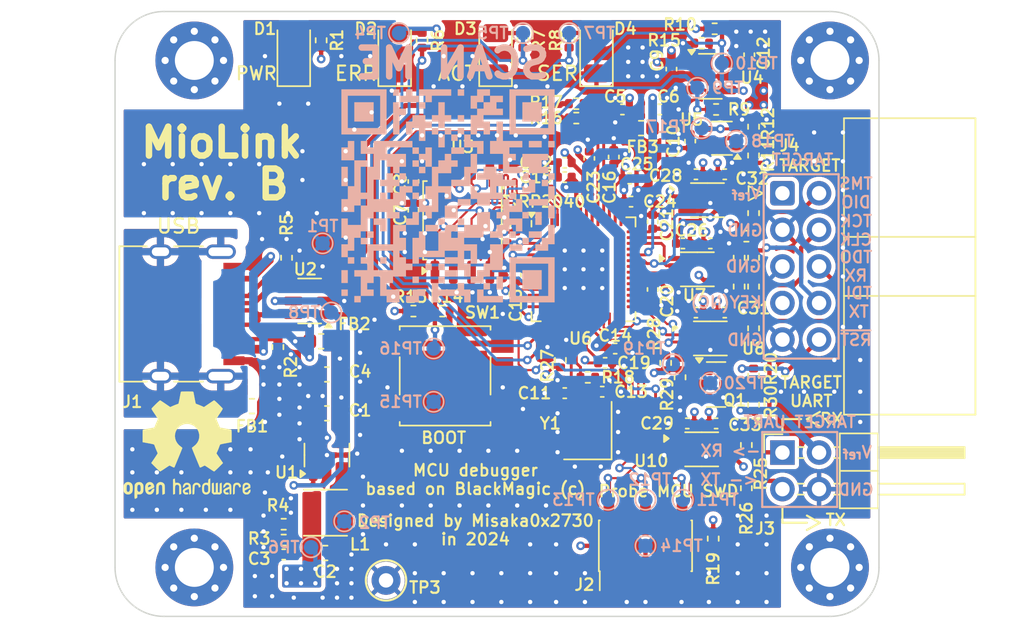
<source format=kicad_pcb>
(kicad_pcb (version 20240108) (generator "pcbnew") (generator_version "8.0")
  (layers (0 "F.Cu" signal) (1 "In1.Cu" power) (2 "In2.Cu" mixed) (31 "B.Cu" signal) (34 "B.Paste" user) (35 "F.Paste" user) (36 "B.SilkS" user "B.Silkscreen") (37 "F.SilkS" user "F.Silkscreen") (38 "B.Mask" user) (39 "F.Mask" user) (44 "Edge.Cuts" user))
  (net 0 "")
  (net 1 "+5V")
  (net 2 "GND")
  (net 3 "+3V3")
  (net 4 "Net-(U1-FB)")
  (net 5 "/TARGET_VREF")
  (net 6 "/MCU_RST")
  (net 7 "Net-(U6-XIN)")
  (net 8 "+3.3VA")
  (net 9 "Net-(U6-VREG_VOUT)")
  (net 10 "Net-(D1-A)")
  (net 11 "Net-(D2-A)")
  (net 12 "Net-(D3-A)")
  (net 13 "Net-(D4-A)")
  (net 14 "/USB_SHIELD")
  (net 16 "/MCU_SWCLK")
  (net 18 "/MCU_SWDIO")
  (net 20 "Net-(C13-Pad1)")
  (net 21 "/TARGET_BUF_TX")
  (net 22 "/TARGET_BUF_RX")
  (net 23 "Net-(J3-Pin_3)")
  (net 24 "Net-(J3-Pin_1)")
  (net 25 "Net-(J4-SWDIO{slash}TMS)")
  (net 26 "Net-(J4-SWO{slash}TDO)")
  (net 27 "Net-(Q1-G)")
  (net 28 "/LED_ERR")
  (net 29 "/LED_ACT")
  (net 30 "/LED_SER")
  (net 31 "/QSPI_SS")
  (net 32 "Net-(J4-SWCLK{slash}TCK)")
  (net 34 "/USB_DP")
  (net 35 "/TARGET_BUF_~{RST}")
  (net 36 "/USB_DN")
  (net 37 "/TARGET_VREF_PWR_EN")
  (net 38 "/TARGET_PWR_~{FAULT}")
  (net 39 "Net-(U5-+)")
  (net 40 "Net-(U6-GPIO15)")
  (net 41 "Net-(J4-~{RESET})")
  (net 42 "Net-(U6-USB_DP)")
  (net 43 "Net-(U6-USB_DM)")
  (net 44 "Net-(U6-XOUT)")
  (net 45 "/TARGET_BUF_TCK")
  (net 46 "/TARGET_BUF_TMS")
  (net 47 "/QSPI_D0")
  (net 48 "/QSPI_D1")
  (net 49 "/QSPI_SCLK")
  (net 50 "/QSPI_D3")
  (net 51 "/QSPI_D2")
  (net 52 "/USB_L_DP")
  (net 53 "/USB_L_DN")
  (net 54 "/TARGET_RST")
  (net 55 "/TARGET_VREF_MEASURE")
  (net 56 "/TARGET_TMS_DIR")
  (net 57 "/TARGET_TX")
  (net 59 "/TARGET_TCK")
  (net 62 "/TARGET_TMS")
  (net 66 "Net-(FB2-Pad2)")
  (net 67 "Net-(J1-CC2)")
  (net 68 "Net-(J1-CC1)")
  (net 69 "/TARGET_RX")
  (net 70 "Net-(J4-NC{slash}TDI)")
  (net 79 "Net-(U1-SW)")
  (net 80 "/TARGET_BUF_TDO{slash}RX")
  (net 81 "/TARGET_BUF_TDI{slash}TX")
  (net 82 "/TARGET_TDI{slash}TX")
  (net 83 "/TARGET_TDO{slash}RX")
  (net 84 "Net-(U4-ILIMIT)")
  (net 85 "Net-(R14-Pad2)")
  (footprint "Resistor_SMD:R_0402_1005Metric" (layer "F.Cu") (at 176.5 100.4 -90)
    (property "Reference" "R25")
    (property "Value" "100")
  )
  (footprint "Capacitor_SMD:C_0402_1005Metric" (layer "F.Cu") (at 166.5 96.7)
    (property "Reference" "C13")
    (property "Value" "16p")
  )
  (footprint "Resistor_SMD:R_0402_1005Metric" (layer "F.Cu") (at 171.9 95.7 -90)
    (property "Reference" "R29")
    (property "Value" "100k")
  )
  (footprint "Inductor_SMD:L_0603_1608Metric" (layer "F.Cu") (at 169.2 78.4 180)
    (property "Reference" "FB3")
    (property "Value" "120Ohm/100MHz")
  )
  (footprint "MountingHole:MountingHole_2.7mm_M2.5_Pad_Via" (layer "F.Cu") (at 182.3 108.9)
    (property "Reference" "REF4" (hide yes))
    (property "Value" "MountingHole_2.7mm_M2.5_Pad_Via")
  )
  (footprint "Connector_USB:USB_C_Receptacle_HRO_TYPE-C-31-M-12" (layer "F.Cu") (at 136.9 91.3 -90)
    (property "Reference" "J1")
    (property "Value" "USB")
  )
  (footprint "Capacitor_SMD:C_0402_1005Metric" (layer "F.Cu") (at 167.9 77.1 180)
    (property "Reference" "C5")
    (property "Value" "1u")
  )
  (footprint "Resistor_SMD:R_0402_1005Metric" (layer "F.Cu") (at 144.4 105.9)
    (property "Reference" "R4")
    (property "Value" "100k")
  )
  (footprint "Package_SO:VSSOP-8_2.3x2mm_P0.5mm" (layer "F.Cu") (at 173.4 100.7)
    (property "Reference" "U10")
    (property "Value" "74LVC2T45DC")
  )
  (footprint "Package_DFN_QFN:QFN-56-1EP_7x7mm_P0.4mm_EP3.2x3.2mm" (layer "F.Cu") (at 165.2 88.2)
    (property "Reference" "U6")
    (property "Value" "RP2040")
  )
  (footprint "Resistor_SMD:R_0402_1005Metric" (layer "F.Cu") (at 177 80.3 90)
    (property "Reference" "R11")
    (property "Value" "100k")
  )
  (footprint "Resistor_SMD:R_0402_1005Metric" (layer "F.Cu") (at 144 93.6 -90)
    (property "Reference" "R2")
    (property "Value" "5.1k")
  )
  (footprint "Resistor_SMD:R_0402_1005Metric" (layer "F.Cu") (at 164.7 76.7 180)
    (property "Reference" "R17")
    (property "Value" "27")
  )
  (footprint "Capacitor_SMD:C_0603_1608Metric" (layer "F.Cu") (at 147.3 107.9)
    (property "Reference" "C2")
    (property "Value" "10u")
  )
  (footprint "Connector_IDC:IDC-Header_2x05_P2.54mm_Horizontal" (layer "F.Cu") (at 179.0025 82.92)
    (property "Reference" "J4")
    (property "Value" "Target connector")
  )
  (footprint "Capacitor_SMD:C_0402_1005Metric" (layer "F.Cu") (at 172.1 86.4 180)
    (property "Reference" "C26")
    (property "Value" "100n")
  )
  (footprint "Resistor_SMD:R_0402_1005Metric" (layer "F.Cu") (at 154 72.3 90)
    (property "Reference" "R6")
    (property "Value" "1k")
  )
  (footprint "Inductor_SMD:L_0603_1608Metric" (layer "F.Cu") (at 147 93.2 180)
    (property "Reference" "FB2")
    (property "Value" "120Ohm/100MHz")
  )
  (footprint "Resistor_SMD:R_0402_1005Metric" (layer "F.Cu") (at 173.4 72.5 180)
    (property "Reference" "R15")
    (property "Value" "75k 1%")
  )
  (footprint "Resistor_SMD:R_0402_1005Metric" (layer "F.Cu") (at 177 89.4 -90)
    (property "Reference" "R21" (hide yes))
    (property "Value" "100")
  )
  (footprint "LED_SMD:LED_1206_3216Metric" (layer "F.Cu") (at 152.1 73.2 90)
    (property "Reference" "D2")
    (property "Value" "ERR")
  )
  (footprint "Capacitor_SMD:C_0402_1005Metric" (layer "F.Cu") (at 170 89.6 -90)
    (property "Reference" "C20")
    (property "Value" "100n")
  )
  (footprint "Capacitor_SMD:C_0402_1005Metric" (layer "F.Cu") (at 160.5 85.1 90)
    (property "Reference" "C17")
    (property "Value" "100n")
  )
  (footprint "Capacitor_SMD:C_0402_1005Metric" (layer "F.Cu") (at 171.3 74.3 -90)
    (property "Reference" "C9")
    (property "Value" "1u")
  )
  (footprint "Inductor_SMD:L_0603_1608Metric" (layer "F.Cu") (at 142.2 97.7)
    (property "Reference" "FB1")
    (property "Value" "33Ohm/100MHz")
  )
  (footprint "Resistor_SMD:R_0402_1005Metric" (layer "F.Cu") (at 153.4 91.1)
    (property "Reference" "R13")
    (property "Value" "10k")
  )
  (footprint "Resistor_SMD:R_0402_1005Metric" (layer "F.Cu") (at 177 87.4 90)
    (property "Reference" "R24" (hide yes))
    (property "Value" "100")
  )
  (footprint "Resistor_SMD:R_0402_1005Metric" (layer "F.Cu") (at 144.4 107 180)
    (property "Reference" "R3")
    (property "Value" "453k")
  )
  (footprint "Resistor_SMD:R_0402_1005Metric" (layer "F.Cu") (at 164.2 72.3 90)
    (property "Reference" "R8")
    (property "Value" "1k")
  )
  (footprint "Capacitor_SMD:C_0402_1005Metric" (layer "F.Cu") (at 163.9 80.8 180)
    (property "Reference" "C22")
    (property "Value" "100n")
  )
  (footprint "Button_Switch_SMD:SW_SPST_B3S-1000" (layer "F.Cu") (at 155.6 95.6 180)
    (property "Reference" "SW1")
    (property "Value" "BOOT")
  )
  (footprint "Resistor_SMD:R_0402_1005Metric" (layer "F.Cu") (at 164.7 77.7 180)
    (property "Reference" "R16")
    (property "Value" "27")
  )
  (footprint "Capacitor_SMD:C_0402_1005Metric" (layer "F.Cu") (at 175 81.6 180)
    (property "Reference" "C32")
    (property "Value" "100n")
  )
  (footprint "Resistor_SMD:R_0402_1005Metric" (layer "F.Cu") (at 177 84.3 90)
    (property "Reference" "R22" (hide yes))
    (property "Value" "100")
  )
  (footprint "Resistor_SMD:R_0402_1005Metric" (layer "F.Cu") (at 174.4 77.1)
    (property "Reference" "R9")
    (property "Value" "100k")
  )
  (footprint "Package_SO:SOIC-8_5.23x5.23mm_P1.27mm" (layer "F.Cu") (at 156.8 84.8 90)
    (property "Reference" "U3")
    (property "Value" "W25Q16JVSS")
  )
  (footprint "Symbol:OSHW-Logo2_9.8x8mm_SilkScreen" (layer "F.Cu") (at 137.7 100.4)
    (property "Reference" "REF5" (hide yes))
    (property "Value" "OSHW-Logo2_9.8x8mm_SilkScreen" (hide yes))
  )
  (footprint "Resistor_SMD:R_0402_1005Metric" (layer "F.Cu") (at 170.9 94.7 -90)
    (property "Reference" "R28")
    (property "Value" "1k")
  )
  (footprint "Package_TO_SOT_SMD:SOT-23" (layer "F.Cu") (at 174.4 96.2)
    (property "Reference" "Q1")
    (property "Value" "BSS138")
  )
  (footprint "Resistor_SMD:R_0402_1005Metric" (layer "F.Cu") (at 176 89.4 -90)
    (property "Reference" "R32" (hide yes))
    (property "Value" "1k")
  )
  (footprint "Capacitor_SMD:C_0402_1005Metric" (layer "F.Cu") (at 173 81.6 180)
    (property "Reference" "C28")
    (property "Value" "100n")
  )
  (footprint "Resistor_SMD:R_0402_1005Metric" (layer "F.Cu") (at 144.6 87.4 90)
    (property "Reference" "R5")
    (property "Value" "5.1k")
  )
  (footprint "Resistor_SMD:R_0402_1005Metric" (layer "F.Cu") (at 174.3 71.5)
    (property "Reference" "R10")
    (property "Value" "100k")
  )
  (footprint "Resistor_SMD:R_0402_1005Metric" (layer "F.Cu") (at 177 78.3 90)
    (property "Reference" "R12")
    (property "Value" "100k")
  )
  (footprint "Resistor_SMD:R_0402_1005Metric" (layer "F.Cu") (at 176.5 103.4 -90)
    (property "Reference" "R26")
    (property "Value" "100")
  )
  (footprint "Resistor_SMD:R_0402_1005Metric" (layer "F.Cu") (at 155.4 91.1)
    (property "Reference" "R14")
    (property "Value" "1k")
  )
  (footprint "Capacitor_SMD:C_0402_1005Metric" (layer "F.Cu") (at 163.9 96.8 180)
    (property "Reference" "C11")
    (property "Value" "16p")
  )
  (footprint "LED_SMD:LED_1206_3216Metric" (layer "F.Cu") (at 159.1 73.2 90)
    (property "Reference" "D3")
    (property "Value" "ACT")
  )
  (footprint "Capacitor_SMD:C_0402_1005Metric" (layer "F.Cu") (at 174 86.4 180)
    (property "Reference" "C30" (hide yes))
    (property "Value" "100n")
  )
  (footprint "MountingHole:MountingHole_2.7mm_M2.5_Pad_Via" (layer "F.Cu") (at 138.2 108.9)
    (property "Reference" "REF3" (hide yes))
    (property "Value" "MountingHole_2.7mm_M2.5_Pad_Via")
  )
  (footprint "Capacitor_SMD:C_0603_1608Metric" (layer "F.Cu") (at 147.4 98.2)
    (property "Reference" "C1")
    (property "Value" "10u")
  )
  (footprint "Package_SO:VSSOP-8_2.3x2mm_P0.5mm" (layer "F.Cu") (at 173.1 88.2)
    (property "Reference" "U7")
    (property "Value" "74LVC2T45DC")
  )
  (footprint "Inductor_SMD:L_Taiyo-Yuden_NR-30xx" (layer "F.Cu") (at 147.3 105.1 180)
    (property "Reference" "L1")
    (property "Value" "2.2uH")
  )
  (footprint "Resistor_SMD:R_0402_1005Metric" (layer "F.Cu") (at 165.5 95.7 180)
    (property "Reference" "R18")
    (property "Value" "1k")
  )
  (footprint "Resistor_SMD:R_0402_1005Metric" (layer "F.Cu") (at 147 72.3 90)
    (property "Reference" "R1")
    (property "Value" "1k")
  )
  (footprint "Connector_PinHeader_2.54mm:PinHeader_2x02_P2.54mm_Horizontal" (layer "F.Cu") (at 179.0025 100.925)
    (property "Reference" "J3")
    (property "Value" "Target UART connector")
  )
  (footprint "Capacitor_SMD:C_0402_1005Metric" (layer "F.Cu") (at 170 84.9 90)
    (property "Reference" "C21")
    (property "Value" "100n")
  )
  (footprint "Crystal:Crystal_SMD_3225-4Pin_3.2x2.5mm" (layer "F.Cu") (at 165.5 99.4 90)
    (property "Reference" "Y1")
    (property "Value" "12MHz")
  )
  (footprint "LED_SMD:LED_1206_3216Metric" (layer "F.Cu") (at 166.1 73.2 90)
    (property "Reference" "D4")
    (property "Value" "SER")
  )
  (footprint "Capacitor_SMD:C_0402_1005Metric" (layer "F.Cu") (at 170.5 77.1)
    (property "Reference" "C6")
    (property "Value" "1u")
  )
  (footprint "Connector_PinHeader_1.27mm:PinHeader_2x05_P1.27mm_Vertical_SMD" (layer "F.Cu") (at 169.5 107.4 90)
    (property "Reference" "J2")
    (property "Value" "Probe MCU SWD")
  )
  (footprint "Capacitor_SMD:C_0402_1005Metric" (layer "F.Cu") (at 172.6 79.3 90)
    (property "Reference" "C10")
    (property "Value" "100n")
  )
  (footprint "Capacitor_SMD:C_0402_1005Metric" (layer "F.Cu") (at 153.4 82.1 90)
    (property "Reference" "C8")
    (property "Value" "100n")
  )
  (footprint "MountingHole:MountingHole_2.7mm_M2.5_Pad_Via" (layer "F.Cu") (at 182.3 73.7)
    (property "Reference" "REF2" (hide yes))
    (property "Value" "MountingHole_2.7mm_M2.5_Pad_Via")
  )
  (footprint "Capacitor_SMD:C_0402_1005Metric" (layer "F.Cu") (at 165.6 80.5 90)
    (property "Reference" "C23")
    (property "Value" "100n")
  )
  (footprint "Package_TO_SOT_SMD:SOT-23-5" (layer "F.Cu") (at 147.4 101.1 90)
    (property "Reference" "U1")
    (property "Value" "TLV62568DBV")
  )
  (footprint "Resistor_SMD:R_0402_1005Metric" (layer "F.Cu") (at 161 72.3 90)
    (property "Reference" "R7")
    (property "Value" "1k")
  )
  (footprint "Capacitor_SMD:C_0402_1005Metric" (layer "F.Cu") (at 160.5 88.6 90)
    (property "Reference" "C18")
    (property "Value" "100n")
  )
  (footprint "Capacitor_SMD:C_0402_1005Metric" (layer "F.Cu") (at 167.4 93.7 180)
    (property "Reference" "C14")
    (property "Value" "100n")
  )
  (footprint "Capacitor_SMD:C_0402_1005Metric" (layer "F.Cu") (at 172.4 98.9 180)
    (property "Reference" "C29")
    (property "Value" "100n")
  )
  (footprint "TestPoint:TestPoint_Keystone_5000-5004_Miniature" (layer "F.Cu") (at 151.5 109.8)
    (property "Reference" "TP3")
    (property "Value" "GND")
  )
  (footprint "Package_SO:VSSOP-8_2.3x2mm_P0.5mm" (layer "F.Cu") (at 173.8 83.4)
    (property "Reference" "U9" (hide yes))
    (property "Value" "74LVC2T45DC")
  )
  (footprint "Package_TO_SOT_SMD:SOT-353_SC-70-5" (layer "F.Cu") (at 174.8 79.1 180)
    (property "Reference" "U5")
    (property "Value" "LMV321IDCKR")
  )
  (footprint "Capacitor_SMD:C_0402_1005Metric" (layer "F.Cu") (at 174.4 98.9 180)
    (property "Reference" "C33")
    (property "Value" "100n")
  )
  (footprint "Resistor_SMD:R_0402_1005Metric" (layer "F.Cu") (at 176 87.4 -90)
    (property "Reference" "R31" (hide yes))
    (property "Value" "4.7k")
  )
  (footprint "Capacitor_SMD:C_0402_1005Metric" (layer "F.Cu") (at 153.4 84.1 -90)
    (property "Reference" "C7")
    (property "Value" "1u")
  )
  (footprint "Capacitor_SMD:C_0402_1005Metric" (layer "F.Cu") (at 167.3 80.4 -90)
    (property "Reference" "C16")
    (property "Value" "1u")
  )
  (footprint "Capacitor_SMD:C_0603_1608Metric" (layer "F.Cu") (at 147.4 95.5 180)
    (property "Reference" "C4")
    (property "Value" "10u")
  )
  (footprint "Resistor_SMD:R_0402_1005Metric" (layer "F.Cu") (at 177 97.6 90)
    (property "Reference" "R30")
    (property "Value" "10k")
  )
  (footprint "Capacitor_SMD:C_0402_1005Metric" (layer "F.Cu") (at 166.7 94.7)
    (property "Reference" "C19")
    (property "Value" "100n")
  )
  (footprint "Resistor_SMD:R_0402_1005Metric" (layer "F.Cu") (at 163.6 94.5 90)
    (property "Reference" "R27")
    (property "Value" "100k")
  )
  (footprint "Package_SO:VSSOP-8_2.3x2mm_P0.5mm" (layer "F.Cu") (at 174 93)
    (property "Reference" "U8")
    (property "Value" "74LVC2T45DC")
  )
  (footprint "Resistor_SMD:R_0402_1005Metric" (layer "F.Cu") (at 177 95.6 90)
    (property "Reference" "R20")
    (property "Value" "100")
  )
  (footprint "LED_SMD:LED_1206_3216Metric" (layer "F.Cu") (at 145.1 73.2 90)
    (property "Reference" "D1")
    (property "Value" "PWR")
  )
  (footprint "Capacitor_SMD:C_0402_1005Metric" (layer "F.Cu") (at 144.4 108 180)
    (property "Reference" "C3")
    (property "Value" "6.8pF")
  )
  (footprint "Resistor_SMD:R_0402_1005Metric" (layer "F.Cu") (at 176.5 85.9)
    (property "Reference" "R33" (hide yes))
    (property "Value" "4.7k")
  )
  (footprint "Capacitor_SMD:C_0402_1005Metric" (layer "F.Cu") (at 173 91.2 180)
    (property "Reference" "C27" (hide yes))
    (property "Value" "100n")
  )
  (footprint "Package_TO_SOT_SMD:SOT-23-6" (layer "F.Cu") (at 174 74.8)
    (property "Reference" "U4")
    (property "Value" "TPS2553DBVR")
  )
  (footprint "Package_TO_SOT_SMD:SOT-23-6" (layer "F.Cu") (at 146.2 90.4 180)
    (property "Reference" "U2")
    (property "Value" "USBLC6-2SC6")
  )
  (footprint "Capacitor_SMD:C_0402_1005Metric" (layer "F.Cu") (at 175 91.2 180)
    (property "Reference" "C31")
    (property "Value" "100n")
  )
  (footprint "Capacitor_SMD:C_0402_1005Metric" (layer "F.Cu") (at 168.5 83.5)
    (property "Reference" "C24")
    (property "Value" "100n")
  )
  (footprint "Resistor_SMD:R_0402_1005Metric" (layer "F.Cu") (at 174.2 106.9 90)
    (property "Reference" "R19")
    (property "Value" "10k")
  )
  (footprint "Capacitor_SMD:C_0402_1005Metric" (layer "F.Cu") (at 168.4 81.9)
    (property "Reference" "C25")
    (property "Value" "1u")
  )
  (footprint "Capacitor_SMD:C_0402_1005Metric" (layer "F.Cu") (at 163.9 81.8)
    (property "Reference" "C15")
    (property "Value" "100n")
  )
  (footprint "Capacitor_SMD:C_0402_1005Metric" (layer "F.Cu") (at 176.7 73.3 90)
    (property "Reference" "C12")
    (property "Value" "1u")
  )
  (footprint "Resistor_SMD:R_0402_1005Metric" (layer "F.Cu") (at 177 92.3 90)
    (property "Reference" "R23" (hide yes))
    (property "Value" "100")
  )
  (footprint "MountingHole:MountingHole_2.7mm_M2.5_Pad_Via" (layer "F.Cu") (at 138.2 73.7)
    (property "Reference" "REF1" (hide yes))
    (property "Value" "MountingHole_2.7mm_M2.5_Pad_Via")
  )
  (footprint "TestPoint:TestPoint_Pad_D1.0mm" (layer "B.Cu") (at 173.1 75.6 180)
    (property "Reference" "TP9")
    (property "Value" "TARGET_VREF_PWR_EN")
  )
  (footprint "TestPoint:TestPoint_Pad_D1.0mm" (layer "B.Cu") (at 169.5 104.2 180)
    (property "Reference" "TP12")
    (property "Value" "SWCLK")
  )
  (footprint "TestPoint:TestPoint_Pad_D1.0mm" (layer "B.Cu") (at 174.8 73.9 180)
    (property "Reference" "TP10")
    (property "Value" "TARGET_PWR_~{FAULT}")
  )
  (footprint "TestPoint:TestPoint_Pad_D1.0mm" (layer "B.Cu") (at 148.6 105.7 180)
    (property "Reference" "TP2")
    (property "Value" "GND")
  )
  (footprint "TestPoint:TestPoint_Pad_D1.0mm" (layer "B.Cu") (at 174 96.1 180)
    (property "Reference" "TP20")
    (property "Value" "GND")
  )
  (footprint "TestPoint:TestPoint_Pad_D1.0mm" (layer "B.Cu") (at 154.8 97.4 180)
    (property "Reference" "TP15")
    (property "Value" "GND")
  )
  (footprint "TestPoint:TestPoint_Pad_D1.0mm" (layer "B.Cu") (at 147.7 91.2 180)
    (property "Reference" "TP8")
    (property "Value" "5V")
  )
  (footprint "LOGO" (layer "B.Cu") (at 155.8 83.1 180)
    (property "Reference" "G1" (hide yes))
    (property "Value" "LOGO" (hide yes))
  )
  (footprint "TestPoint:TestPoint_Pad_D1.0mm" (layer "B.Cu") (at 164.2 71.8 180)
    (property "Reference" "TP7")
    (property "Value" "LED_SER")
  )
  (footprint "TestPoint:TestPoint_Pad_D1.0mm" (layer "B.Cu") (at 147.1 86.4 180)
    (property "Reference" "TP1")
    (property "Value" "GND")
  )
  (footprint "TestPoint:TestPoint_Pad_D1.0mm" (layer "B.Cu") (at 146.3 107.5 180)
    (property "Reference" "TP6")
    (property "Value" "3V3")
  )
  (footprint "TestPoint:TestPoint_Pad_D1.0mm" (layer "B.Cu") (at 175.8 79.3 180)
    (property "Reference" "TP18")
    (property "Value" "GND")
  )
  (footprint "TestPoint:TestPoint_Pad_D1.0mm" (layer "B.Cu") (at 154.8 93.7 180)
    (property "Reference" "TP16")
    (property "Value" "BOOT")
  )
  (footprint "TestPoint:TestPoint_Pad_D1.0mm" (layer "B.Cu") (at 171.4 94.8 180)
    (property "Reference" "TP19")
    (property "Value" "TARGET_RST")
  )
  (footprint "TestPoint:TestPoint_Pad_D1.0mm" (layer "B.Cu") (at 169.5 107.4 180)
    (property "Reference" "TP14")
    (property "Value" "GND")
  )
  (footprint "TestPoint:TestPoint_Pad_D1.0mm" (layer "B.Cu") (at 152.4 71.8 180)
    (property "Reference" "TP4")
    (property "Value" "LED_ERR")
  )
  (footprint "TestPoint:TestPoint_Pad_D1.0mm" (layer "B.Cu") (at 161 71.8 180)
    (property "Reference" "TP5")
    (property "Value" "LED_ACT")
  )
  (footprint "TestPoint:TestPoint_Pad_D1.0mm" (layer "B.Cu") (at 172.1 104.2 180)
    (property "Reference" "TP11")
    (property "Value" "RST")
  )
  (footprint "TestPoint:TestPoint_Pad_D1.0mm" (layer "B.Cu") (at 173.4 78.4 180)
    (property "Reference" "TP17")
    (property "Value" "TARGET_VREF_MEASURE")
  )
  (footprint "TestPoint:TestPoint_Pad_D1.0mm" (layer "B.Cu") (at 166.9 104.2 180)
    (property "Reference" "TP13")
    (property "Value" "SWDIO")
  )
  (gr_line (start 177.7 81.6) (end 177.7 94.4) (stroke (width 0.15)) (layer "B.SilkS"))
  (gr_line (start 177.7 94.4) (end 182.9 94.4) (stroke (width 0.15)) (layer "B.SilkS"))
  (gr_line (start 177.6 104.7) (end 182.8 104.7) (stroke (width 0.15)) (layer "B.SilkS"))
  (gr_line (start 182.8 104.7) (end 182.8 99.5) (stroke (width 0.15)) (layer "B.SilkS"))
  (gr_line (start 182.9 81.6) (end 177.7 81.6) (stroke (width 0.15)) (layer "B.SilkS"))
  (gr_line (start 177.6 104.7) (end 177.6 99.5) (stroke (width 0.15)) (layer "B.SilkS"))
  (gr_line (start 182.9 94.4) (end 182.9 81.6) (stroke (width 0.15)) (layer "B.SilkS"))
  (gr_line (start 182.8 99.5) (end 177.6 99.5) (stroke (width 0.15)) (layer "B.SilkS"))
  (gr_line (start 180.7 105.3) (end 181.6 105.8) (stroke (width 0.15)) (layer "F.SilkS"))
  (gr_line (start 181.6 99.1) (end 180.7 98.6) (stroke (width 0.15)) (layer "F.SilkS"))
  (gr_line (start 179 98.6) (end 180.3 98.6) (stroke (width 0.15)) (layer "F.SilkS"))
  (gr_line (start 181.6 98.1) (end 180.7 98.6) (stroke (width 0.15)) (layer "F.SilkS"))
  (gr_line (start 180.7 106.3) (end 181.6 105.8) (stroke (width 0.15)) (layer "F.SilkS"))
  (gr_line (start 179 105.8) (end 180.7 105.8) (stroke (width 0.15)) (layer "F.SilkS"))
  (gr_line (start 179 99.5) (end 179 98.6) (stroke (width 0.15)) (layer "F.SilkS"))
  (gr_line (start 179 104.7) (end 179 105.8) (stroke (width 0.15)) (layer "F.SilkS"))
  (gr_line (start 136.1 70.3) (end 182.3 70.3) (stroke (width 0.1)) (layer "Edge.Cuts"))
  (gr_line (start 182.3 112.3) (end 136.1 112.3) (stroke (width 0.1)) (layer "Edge.Cuts"))
  (gr_arc (start 132.7 73.7) (mid 133.695837 71.295837) (end 136.1 70.3) (stroke (width 0.1)) (layer "Edge.Cuts"))
  (gr_arc (start 185.7 108.9) (mid 184.704163 111.304163) (end 182.3 112.3) (stroke (width 0.1)) (layer "Edge.Cuts"))
  (gr_arc (start 182.3 70.3) (mid 184.704163 71.295837) (end 185.7 73.7) (stroke (width 0.1)) (layer "Edge.Cuts"))
  (gr_arc (start 136.1 112.3) (mid 133.695837 111.304163) (end 132.7 108.9) (stroke (width 0.1)) (layer "Edge.Cuts"))
  (gr_line (start 132.7 108.9) (end 132.7 73.7) (stroke (width 0.1)) (layer "Edge.Cuts"))
  (gr_line (start 185.7 73.7) (end 185.7 108.9) (stroke (width 0.1)) (layer "Edge.Cuts"))
  (gr_text "-> RX" (at 175.4 100.8 0) (layer "B.SilkS") (effects (font (size 0.8 0.8) (thickness 0.15) (bold yes)) (justify mirror)))
  (gr_text "SCAN ME" (at 156.1 73.9 0) (layer "B.SilkS") (effects (font (size 2 2) (thickness 0.45)) (justify mirror)))
  (gr_text "TCK\nCLK" (at 184.1 85.5 0) (layer "B.SilkS") (effects (font (size 0.8 0.8) (thickness 0.15) (bold yes)) (justify mirror)))
  (gr_text "GND" (at 184.1 103.5 0) (layer "B.SilkS") (effects (font (size 0.8 0.8) (thickness 0.15) (bold yes)) (justify mirror)))
  (gr_text "TARGET" (at 180.4 80.6 0) (layer "B.SilkS") (effects (font (size 0.8 0.8) (thickness 0.15) (bold yes)) (justify mirror)))
  (gr_text "V_{ref}" (at 176.5 82.9 0) (layer "B.SilkS") (effects (font (size 0.8 0.8) (thickness 0.15) (bold yes)) (justify mirror)))
  (gr_text "TMS\nDIO" (at 184.1 82.9 0) (layer "B.SilkS") (effects (font (size 0.8 0.8) (thickness 0.15) (bold yes)) (justify mirror)))
  (gr_text "V_{ref}" (at 184.2 100.9 0) (layer "B.SilkS") (effects (font (size 0.8 0.8) (thickness 0.15) (bold yes)) (justify mirror)))
  (gr_text "GND" (at 176.4 93.1 0) (layer "B.SilkS") (effects (font (size 0.8 0.8) (thickness 0.15) (bold yes)) (justify mirror)))
  (gr_text "TDO\nRX" (at 184.1 88 0) (layer "B.SilkS") (effects (font (size 0.8 0.8) (thickness 0.15) (bold yes)) (justify mirror)))
  (gr_text "<- TX" (at 175.3 102.8 0) (layer "B.SilkS") (effects (font (size 0.8 0.8) (thickness 0.15) (bold yes)) (justify mirror)))
  (gr_text "TDI\nTX" (at 184.3 90.5 0) (layer "B.SilkS") (effects (font (size 0.8 0.8) (thickness 0.15) (bold yes)) (justify mirror)))
  (gr_text "~{RST}" (at 184.1 93.1 0) (layer "B.SilkS") (effects (font (size 0.8 0.8) (thickness 0.15) (bold yes)) (justify mirror)))
  (gr_text "GND" (at 176.3 88 0) (layer "B.SilkS") (effects (font (size 0.8 0.8) (thickness 0.15) (bold yes)) (justify mirror)))
  (gr_text "GND" (at 176.4 85.5 0) (layer "B.SilkS") (effects (font (size 0.8 0.8) (thickness 0.15) (bold yes)) (justify mirror)))
  (gr_text "TARGET UART" (at 180.2 98.8 0) (layer "B.SilkS") (effects (font (size 0.8 0.8) (thickness 0.15) (bold yes)) (justify mirror)))
  (gr_text "KEY(NC)" (at 175.1 90.5 0) (layer "B.SilkS") (effects (font (size 0.8 0.8) (thickness 0.15) (bold yes)) (justify mirror)))
  (gr_text "MCU debugger\nbased on BlackMagic (c)" (at 157.7 102.8 0) (layer "F.SilkS") (effects (font (size 0.8 0.8) (thickness 0.15) (bold yes))))
  (gr_text "RX" (at 182.4 98.6 0) (layer "F.SilkS") (effects (font (size 0.8 0.8) (thickness 0.15) (bold yes))))
  (gr_text "TARGET" (at 180.9 81 -0) (layer "F.SilkS") (effects (font (size 0.8 0.8) (thickness 0.15) (bold yes))))
  (gr_text "TX" (at 182.7 105.6 0) (layer "F.SilkS") (effects (font (size 0.8 0.8) (thickness 0.15) (bold yes))))
  (gr_text "TARGET\nUART" (at 181 96.7 0) (layer "F.SilkS") (effects (font (size 0.8 0.8) (thickness 0.15) (bold yes))))
  (gr_text "MioLink" (at 140.1 79.4 0) (layer "F.SilkS") (effects (font (size 2 2) (thickness 0.45))))
  (gr_text "Designed by Misaka0x2730\nin 2024" (at 157.7 106.3 0) (layer "F.SilkS") (effects (font (size 0.8 0.8) (thickness 0.15) (bold yes))))
  (gr_text "rev. B" (at 140.2 82.3 0) (layer "F.SilkS") (effects (font (size 2 2) (thickness 0.45) (bold yes))))
  (segment (start 145.0625 90.4) (end 143.8 90.4) (width 0.5) (layer "F.Cu") (net 1))
  (segment (start 146.45 103.05) (end 146.3 103.2) (width 0.3) (layer "F.Cu") (net 1))
  (segment (start 146.45 102.2375) (end 146.45 103.05) (width 0.3) (layer "F.Cu") (net 1))
  (segment (start 146.3 103.2) (end 145.1 103.2) (width 0.3) (layer "F.Cu") (net 1))
  (via (at 148.3 94.4) (size 0.6) (drill 0.3) (layers "F.Cu" "B.Cu") (net 1))
  (via (at 145.1 103.2) (size 0.6) (drill 0.3) (layers "F.Cu" "B.Cu") (net 1))
  (via (at 143.8 90.4) (size 0.6) (drill 0.3) (layers "F.Cu" "B.Cu") (net 1))
  (via (at 148.4 97.1) (size 0.6) (drill 0.3) (layers "F.Cu" "B.Cu") (net 1))
  (segment (start 147.2 103.2) (end 145.1 103.2) (width 0.3) (layer "B.Cu") (net 1))
  (segment (start 148.4 97.1) (end 148.4 102) (width 0.3) (layer "B.Cu") (net 1))
  (segment (start 147 90.4) (end 148.3 91.7) (width 0.5) (layer "B.Cu") (net 1))
  (segment (start 143.8 90.4) (end 147 90.4) (width 0.5) (layer "B.Cu") (net 1))
  (segment (start 148.3 91.7) (end 148.3 93.1) (width 0.5) (layer "B.Cu") (net 1))
  (segment (start 148.4 102) (end 147.2 103.2) (width 0.3) (layer "B.Cu") (net 1))
  (segment (start 175.2 83.65) (end 174.05 83.65) (width 0.3) (layer "F.Cu") (net 2))
  (segment (start 142.4 86.6) (end 142.9 86.1) (width 0.4) (layer "F.Cu") (net 2))
  (segment (start 164.2 91.6375) (end 164.2 92.9) (width 0.2) (layer "F.Cu") (net 2))
  (segment (start 142.6 95) (end 143 95) (width 0.5) (layer "F.Cu") (net 2))
  (segment (start 171.9 85.2) (end 172.1 85) (width 0.3) (layer "F.Cu") (net 2))
  (segment (start 163.4 92.405026) (end 163.252513 92.552513) (width 0.2) (layer "F.Cu") (net 2))
  (segment (start 162.8 93.005026) (end 162.8 93.5) (width 0.2) (layer "F.Cu") (net 2))
  (segment (start 173.95 100.95) (end 173.7 101.2) (width 0.3) (layer "F.Cu") (net 2))
  (segment (start 171.62 85.98) (end 171.9 85.7) (width 0.3) (layer "F.Cu") (net 2))
  (segment (start 171.62 86.4) (end 171.62 85.98) (width 0.3) (layer "F.Cu") (net 2))
  (segment (start 170 90.1) (end 170.6 90.7) (width 0.3) (layer "F.Cu") (net 2))
  (segment (start 163.4 91.6375) (end 163.4 92.405026) (width 0.2) (layer "F.Cu") (net 2))
  (segment (start 174.8 100.95) (end 173.95 100.95) (width 0.3) (layer "F.Cu") (net 2))
  (segment (start 142.4 87.8) (end 142.4 86.6) (width 0.4) (layer "F.Cu") (net 2))
  (segment (start 162.8 93.5) (end 162.7 93.6) (width 0.2) (layer "F.Cu") (net 2))
  (segment (start 171.9 85.7) (end 171.9 85.2) (width 0.3) (layer "F.Cu") (net 2))
  (segment (start 147.3375 90.4) (end 148.6 90.4) (width 0.5) (layer "F.Cu") (net 2))
  (segment (start 142.15 88.05) (end 142.4 87.8) (width 0.4) (layer "F.Cu") (net 2))
  (segment (start 174.05 83.65) (end 174 83.6) (width 0.3) (layer "F.Cu") (net 2))
  (segment (start 170 90.08) (end 170 90.1) (width 0.3) (layer "F.Cu") (net 2))
  (segment (start 140.945 94.55) (end 142.15 94.55) (width 0.5) (layer "F.Cu") (net 2))
  (segment (start 140.945 88.05) (end 142.15 88.05) (width 0.4) (layer "F.Cu") (net 2))
  (segment (start 163.252513 92.552513) (end 162.8 93.005026) (width 0.2) (layer "F.Cu") (net 2))
  (segment (start 142.15 94.55) (end 142.6 95) (width 0.5) (layer "F.Cu") (net 2))
  (segment (start 164.2 92.9) (end 164 93.1) (width 0.2) (layer "F.Cu") (net 2))
  (via (at 183.2 78.7) (size 0.6) (drill 0.3) (layers "F.Cu" "B.Cu") (net 2))
  (via (at 154 78.9) (size 0.6) (drill 0.3) (layers "F.Cu" "B.Cu") (net 2))
  (via (at 144.9 104.1) (size 0.6) (drill 0.3) (layers "F.Cu" "B.Cu") (net 2))
  (via (at 140.7 84.3) (size 0.6) (drill 0.3) (layers "F.Cu" "B.Cu") (net 2))
  (via (at 156.4 89.8) (size 0.6) (drill 0.3) (layers "F.Cu" "B.Cu") (net 2))
  (via (at 175.9 107.3) (size 0.6) (drill 0.3) (layers "F.Cu" "B.Cu") (net 2))
  (via (at 145.5 86.9) (size 0.6) (drill 0.3) (layers "F.Cu" "B.Cu") (net 2))
  (via (at 144.9 105.1) (size 0.6) (drill 0.3) (layers "F.Cu" "B.Cu") (net 2))
  (via (at 168.2 111.3) (size 0.6) (drill 0.3) (layers "F.Cu" "B.Cu") (net 2))
  (via (at 183.2 86.7) (size 0.6) (drill 0.3) (layers "F.Cu" "B.Cu") (net 2))
  (via (at 155.5 111.3) (size 0.6) (drill 0.3) (layers "F.Cu" "B.Cu") (net 2))
  (via (at 154 80.7) (size 0.6) (drill 0.3) (layers "F.Cu" "B.Cu") (net 2))
  (via (at 175.7 77) (size 0.6) (drill 0.3) (layers "F.Cu" "B.Cu") (net 2))
  (via (at 151.9 75.8) (size 0.6) (drill 0.3) (layers "F.Cu" "B.Cu") (net 2))
  (via (at 146.7 84.3) (size 0.6) (drill 0.3) (layers "F.Cu" "B.Cu") (net 2))
  (via (at 144.7 84.3) (size 0.6) (drill 0.3) (layers "F.Cu" "B.Cu") (net 2))
  (via (at 149.7 99.7) (size 0.6) (drill 0.3) (layers "F.Cu" "B.Cu") (net 2))
  (via (at 157.5 89.8) (size 0.6) (drill 0.3) (layers "F.Cu" "B.Cu") (net 2))
  (via (at 154.2 87) (size 0.6) (drill 0.3) (layers "F.Cu" "B.Cu") (net 2))
  (via (at 148.7 80) (size 0.6) (drill 0.3) (layers "F.Cu" "B.Cu") (net 2))
  (via (at 148.7 86) (size 0.6) (drill 0.3) (layers "F.Cu" "B.Cu") (net 2))
  (via (at 149.1 108) (size 0.6) (drill 0.3) (layers "F.Cu" "B.Cu") (net 2))
  (via (at 137.3 104.9) (size 0.6) (drill 0.3) (layers "F.Cu" "B.Cu") (net 2))
  (via (at 159.5 111.3) (size 0.6) (drill 0.3) (layers "F.Cu" "B.Cu") (net 2))
  (via (at 172 111.3) (size 0.6) (drill 0.3) (layers "F.Cu" "B.Cu") (net 2))
  (via (at 175.7 98.9) (size 0.6) (drill 0.3) (layers "F.Cu" "B.Cu") (net 2))
  (via (at 140.7 100.7) (size 0.6) (drill 0.3) (layers "F.Cu" "B.Cu") (net 2))
  (via (at 162.5 96.8) (size 0.6) (drill 0.3) (layers "F.Cu" "B.Cu") (net 2))
  (via (at 145.5 96.2) (size 0.6) (drill 0.3) (layers "F.Cu" "B.Cu") (net 2))
  (via (at 176.2 77.8) (size 0.6) (drill 0.3) (layers "F.Cu" "B.Cu") (net 2))
  (via (at 165.2 88.2) (size 0.6) (drill 0.3) (layers "F.Cu" "B.Cu") (net 2))
  (via (at 166.5 89.5) (size 0.6) (drill 0.3) (layers "F.Cu" "B.Cu") (net 2))
  (via (at 163.9 88.2) (size 0.6) (drill 0.3) (layers "F.Cu" "B.Cu") (net 2))
  (via (at 145.5 97.8) (size 0.6) (drill 0.3) (layers "F.Cu" "B.Cu") (net 2))
  (via (at 168.3 72.8) (size 0.6) (drill 0.3) (layers "F.Cu" "B.Cu") (net 2))
  (via (at 172.5 80.8) (size 0.6) (drill 0.3) (layers "F.Cu" "B.Cu") (net 2))
  (via (at 159.2 78.9) (size 0.6) (drill 0.3) (layers "F.Cu" "B.Cu") (net 2))
  (via (at 149.9 106.6) (size 0.6) (drill 0.3) (layers "F.Cu" "B.Cu") (net 2))
  (via (at 166.5 88.2) (size 0.6) (drill 0.3) (layers "F.Cu" "B.Cu") (net 2))
  (via (at 163.3 109.3) (size 0.6) (drill 0.3) (layers "F.Cu" "B.Cu") (net 2))
  (via (at 133.9 102.3) (size 0.6) (drill 0.3) (layers "F.Cu" "B.Cu") (net 2))
  (via (at 177.8 71.7) (size 0.6) (drill 0.3) (layers "F.Cu" "B.Cu") (net 2))
  (via (at 145.5 98.9) (size 0.6) (drill 0.3) (layers "F.Cu" "B.Cu") (net 2))
  (via (at 165.5 79.2) (size 0.6) (drill 0.3) (layers "F.Cu" "B.Cu") (net 2))
  (via (at 163.4 98.2) (size 0.6) (drill 0.3) (layers "F.Cu" "B.Cu") (net 2))
  (via (at 138.7 80.9) (size 0.6) (drill 0.3) (layers "F.Cu" "B.Cu") (net 2))
  (via (at 174.9 97.1) (size 0.6) (drill 0.3) (layers "F.Cu" "B.Cu") (net 2))
  (via (at 147.1 88) (size 0.6) (drill 0.3) (layers "F.Cu" "B.Cu") (net 2))
  (via (at 144.1 97.2) (size 0.6) (drill 0.3) (layers "F.Cu" "B.Cu") (net 2))
  (via (at 142.7 84.3) (size 0.6) (drill 0.3) (layers "F.Cu" "B.Cu") (net 2))
  (via (at 168.3 74.8) (size 0.6) (drill 0.3) (layers "F.Cu" "B.Cu") (net 2))
  (via (at 158.7 87) (size 0.6) (drill 0.3) (layers "F.Cu" "B.Cu") (net 2))
  (via (at 165.2 86.9) (size 0.6) (drill 0.3) (layers "F.Cu" "B.Cu") (net 2))
  (via (at 158.6 104.6) (size 0.6) (drill 0.3) (layers "F.Cu" "B.Cu") (net 2))
  (via (at 177.9 105.3) (size 0.6) (drill 0.3) (layers "F.Cu" "B.Cu") (net 2))
  (via (at 163.9 86.9) (size 0.6) (drill 0.3) (layers "F.Cu" "B.Cu") (net 2))
  (via (at 156.6 100.8) (size 0.6) (drill 0.3) (layers "F.Cu" "B.Cu") (net 2))
  (via (at 149.1 109) (size 0.6) (drill 0.3) (layers "F.Cu" "B.Cu") (net 2))
  (via (at 171.1 98.9) (size 0.6) (drill 0.3) (layers "F.Cu" "B.Cu") (net 2))
  (via (at 149.1 111) (size 0.6) (drill 0.3) (layers "F.Cu" "B.Cu") (net 2))
  (via (at 174 93.8) (size 0.6) (drill 0.3) (layers "F.Cu" "B.Cu") (net 2))
  (via (at 143.1 103.7) (size 0.6) (drill 0.3) (layers "F.Cu" "B.Cu") (net 2))
  (via (at 182.6 96.7) (size 0.6) (drill 0.3) (layers "F.Cu" "B.Cu") (net 2))
  (via (at 160.5 78.9) (size 0.6) (drill 0.3) (layers "F.Cu" "B.Cu") (net 2))
  (via (at 148.7 84) (size 0.6) (drill 0.3) (layers "F.Cu" "B.Cu") (net 2))
  (via (at 140.7 80.9) (size 0.6) (drill 0.3) (layers "F.Cu" "B.Cu") (net 2))
  (via (at 152.6 100.8) (size 0.6) (drill 0.3) (layers "F.Cu" "B.Cu") (net 2))
  (via (at 144.6 86.1) (size 0.6) (drill 0.3) (layers "F.Cu" "B.Cu") (net 2))
  (via (at 145.7 82) (size 0.6) (drill 0.3) (layers "F.Cu" "B.Cu") (net 2))
  (via (at 170.8 101.1) (size 0.6) (drill 0.3) (layers "F.Cu" "B.Cu") (net 2))
  (via (at 175.1 89.7) (size 0.6) (drill 0.3) (layers "F.Cu" "B.Cu") (net 2))
  (via (at 183.2 82.7) (size 0.6) (drill 0.3) (layers "F.Cu" "B.Cu") (net 2))
  (via (at 143.3 102.3) (size 0.6) (drill 0.3) (layers "F.Cu" "B.Cu") (net 2))
  (via (at 147.1 111) (size 0.6) (drill 0.3) (layers "F.Cu" "B.Cu") (net 2))
  (via (at 159.6 91.3) (size 0.6) (drill 0.3) (layers "F.Cu" "B.Cu") (net 2))
  (via (at 146.1 76.7) (size 0.6) (drill 0.3) (layers "F.Cu" "B.Cu") (net 2))
  (via (at 134.7 84.3) (size 0.6) (drill 0.3) (layers "F.Cu" "B.Cu") (net 2))
  (via (at 171.7 81.6) (size 0.6) (drill 0.3) (layers "F.Cu" "B.Cu") (net 2))
  (via (at 162.5 80.8) (size 0.6) (drill 0.3) (layers "F.Cu" "B.Cu") (net 2))
  (via (at 153.5 107.3) (size 0.6) (drill 0.3) (layers "F.Cu" "B.Cu") (net 2))
  (via (at 167.4 78) (size 0.6) (drill 0.3) (layers "F.Cu" "B.Cu") (net 2))
  (via (at 145.7 80) (size 0.6) (drill 0.3) (layers "F.Cu" "B.Cu") (net 2))
  (via (at 167 95.9) (size 0.6) (drill 0.3) (layers "F.Cu" "B.Cu") (net 2))
  (via (at 155.5 109.3) (size 0.6) (drill 0.3) (layers "F.Cu" "B.Cu") (net 2))
  (via (at 152 90.1) (size 0.6) (drill 0.3) (layers "F.Cu" "B.Cu") (net 2))
  (via (at 159.5 109.3) (size 0.6) (drill 0.3) (layers "F.Cu" "B.Cu") (net 2))
  (via (at 168.3 73.8) (size 0.6) (drill 0.3) (layers "F.Cu" "B.Cu") (net 2))
  (via (at 162.7 93.6) (size 0.6) (drill 0.3) (layers "F.Cu" "B.Cu") (net 2))
  (via (at 169.5 111.3) (size 0.6) (drill 0.3) (layers "F.Cu" "B.Cu") (net 2))
  (via (at 159.7 88.1) (size 0.6) (drill 0.3) (layers "F.Cu" "B.Cu") (net 2))
  (via (at 152.6 104.6) (size 0.6) (drill 0.3) (layers "F.Cu" "B.Cu") (net 2))
  (via (at 163.4 100.9) (size 0.6) (drill 0.3) (layers "F.Cu" "B.Cu") (net 2))
  (via (at 162.5 79) (size 0.6) (drill 0.3) (layers "F.Cu" "B.Cu") (net 2))
  (via (at 144.1 76.7) (size 0.6) (drill 0.3) (layers "F.Cu" "B.Cu") (net 2))
  (via (at 184.4 96.7) (size 0.6) (drill 0.3) (layers "F.Cu" "B.Cu") (net 2))
  (via (at 164 93.1) (size 0.6) (drill 0.3) (layers "F.Cu" "B.Cu") (net 2))
  (via (at 184.4 98.8) (size 0.6) (drill 0.3) (layers "F.Cu" "B.Cu") (net 2))
  (via (at 133.9 104.9) (size 0.6) (drill 0.3) (layers "F.Cu" "B.Cu") (net 2))
  (via (at 169 82.7) (size 0.6) (drill 0.3) (layers "F.Cu" "B.Cu") (net 2))
  (via (at 175.9 109.3) (size 0.6) (drill 0.3) (layers "F.Cu" "B.Cu") (net 2))
  (via (at 177.9 111.3) (size 0.6) (drill 0.3) (layers "F.Cu" "B.Cu") (net 2))
  (via (at 142.1 100.7) (size 0.6) (drill 0.3) (layers "F.Cu" "B.Cu") (net 2))
  (via (at 161.5 109.3) (size 0.6) (drill 0.3) (layers "F.Cu" "B.Cu") (net 2))
  (via (at 176.3 91.1) (size 0.6) (drill 0.3) (layers "F.Cu" "B.Cu") (net 2))
  (via (at 144.3 101.2) (size 0.6) (drill 0.3) (layers "F.Cu" "B.Cu") (net 2))
  (via (at 168 94.9) (size 0.6) (drill 0.3) (layers "F.Cu" "B.Cu") (net 2))
  (via (at 160.6 104.6) (size 0.6) (drill 0.3) (layers "F.Cu" "B.Cu") (net 2))
  (via (at 147.4 99.9) (size 0.6) (drill 0.3) (layers "F.Cu" "B.Cu") (net 2))
  (via (at 167.4 76.3) (size 0.6) (drill 0.3) (layers "F.Cu" "B.Cu") (net 2))
  (via (at 168.6 94) (size 0.6) (drill 0.3) (layers "F.Cu" "B.Cu") (net 2))
  (via (at 147.1 97) (size 0.6) (drill 0.3) (layers "F.Cu" "B.Cu") (net 2))
  (via (at 163.3 111.3) (size 0.6) (drill 0.3) (layers "F.Cu" "B.Cu") (net 2))
  (via (at 169.2 84.5) (size 0.6) (drill 0.3) (layers "F.Cu" "B.Cu") (net 2))
  (via (at 143.1 73.4) (size 0.6) (drill 0.3) (layers "F.Cu" "B.Cu") (net 2))
  (via (at 169.3 74.8) (size 0.6) (drill 0.3) (layers "F.Cu" "B.Cu") (net 2))
  (via (at 169.8 83.5) (size 0.6) (drill 0.3) (layers "F.Cu" "B.Cu") (net 2))
  (via (at 162.7 75.5) (size 0.6) (drill 0.3) (layers "F.Cu" "B.Cu") (net 2))
  (via (at 171.9 97.1) (size 0.6) (drill 0.3) (layers "F.Cu" "B.Cu") (net 2))
  (via (at 157.5 111.3) (size 0.6) (drill 0.3) (layers "F.Cu" "B.Cu") (net 2))
  (via (at 183.2 84.7) (size 0.6) (drill 0.3) (layers "F.Cu" "B.Cu") (net 2))
  (via (at 163.4 95.9) (size 0.6) (drill 0.3) (layers "F.Cu" "B.Cu") (net 2))
  (via (at 142.7 80.9) (size 0.6) (drill 0.3) (layers "F.Cu" "B.Cu") (net 2))
  (via (at 173.9 111.3) (size 0.6) (drill 0.3) (layers "F.Cu" "B.Cu") (net 2))
  (via (at 162.6 104.6) (size 0.6) (drill 0.3) (layers "F.Cu" "B.Cu") (net 2))
  (via (at 174 83.6) (size 0.6) (drill 0.3) (layers "F.Cu" "B.Cu") (net 2))
  (via (at 163.4 99.5) (size 0.6) (drill 0.3) (layers "F.Cu" "B.Cu") (net 2))
  (via (at 157.5 73.4) (size 0.6) (drill 0.3) (layers "F.Cu" "B.Cu") (net 2))
  (via (at 159.7 84.6) (size 0.6) (drill 0.3) (layers "F.Cu" "B.Cu") (net 2))
  (via (at 176.3 81.6) (size 0.6) (drill 0.3) (layers "F.Cu" "B.Cu") (net 2))
  (via (at 159.6 96.4) (size 0.6) (drill 0.3) (layers "F.Cu" "B.Cu") (net 2))
  (via (at 167.6 98.1) (size 0.6) (drill 0.3) (layers "F.Cu" "B.Cu") (net 2))
  (via (at 149.9 102.6) (size 0.6) (drill 0.3) (layers "F.Cu" "B.Cu") (net 2))
  (via (at 177.8 72.7) (size 0.6) (drill 0.3) (layers "F.Cu" "B.Cu") (net 2))
  (via (at 150.5 77.3) (size 0.6) (drill 0.3) (layers "F.Cu" "B.Cu") (net 2))
  (via (at 162.5 81.8) (size 0.6) (drill 0.3) (layers "F.Cu" "B.Cu") (net 2))
  (via (at 143.1 98.8) (size 0.6) (drill 0.3) (layers "F.Cu" "B.Cu") (net 2))
  (via (at 169.3 72.8) (size 0.6) (drill 0.3) (layers "F.Cu" "B.Cu") (net 2))
  (via (at 184.4 92.2) (size 0.6) (drill 0.3) (layers "F.Cu" "B.Cu") (net 2))
  (via (at 144.1 96.2) (size 0.6) (drill 0.3) (layers "F.Cu" "B.Cu") (net 2))
  (via (at 142.9 86.1) (size 0.6) (drill 0.3) (layers "F.Cu" "B.Cu") (net 2))
  (via (at 134.7 80.9) (size 0.6) (drill 0.3) (layers "F.Cu" "B.Cu") (net 2))
  (via (at 164.6 101.9) (size 0.6) (drill 0.3) (layers "F.Cu" "B.Cu") (net 2))
  (via (at 151.5 107.3) (size 0.6) (drill 0.3) (layers "F.Cu" "B.Cu") (net 2))
  (via (at 167.3 79.1) (size 0.6) (drill 0.3) (layers "F.Cu" "B.Cu") (net 2))
  (via (at 165.3 109.3) (size 0.6) (drill 0.3) (layers "F.Cu" "B.Cu") (net 2))
  (via (at 160.1 80.6) (size 0.6) (drill 0.3) (layers "F.Cu" "B.Cu") (net 2))
  (via (at 155.7 83.1) (size 0.6) (drill 0.3) (layers "F.Cu" "B.Cu") (net 2))
  (via (at 135.6 104.9) (size 0.6) (drill 0.3) (layers "F.Cu" "B.Cu") (net 2))
  (via (at 183.2 88.7) (size 0.6) (drill 0.3) (layers "F.Cu" "B.Cu") (net 2))
  (via (at 156.6 78.9) (size 0.6) (drill 0.3) (layers "F.Cu" "B.Cu") (net 2))
  (via (at 161 97.9) (size 0.6) (drill 0.3) (layers "F.Cu" "B.Cu") (net 2))
  (via (at 155.5 73.4) (size 0.6) (drill 0.3) (layers "F.Cu" "B.Cu") (net 2))
  (via (at 163.9 89.5) (size 0.6) (drill 0.3) (layers "F.Cu" "B.Cu") (net 2))
  (via (at 175.9 105.3) (size 0.6) (drill 0.3) (layers "F.Cu" "B.Cu") (net 2))
  (via (at 136.7 80.9) (size 0.6) (drill 0.3) (layers "F.Cu" "B.Cu") (net 2))
  (via (at 138.7 84.3) (size 0.6) (drill 0.3) (layers "F.Cu" "B.Cu") (net 2))
  (via (at 154.6 104.6) (size 0.6) (drill 0.3) (layers "F.Cu" "B.Cu") (net 2))
  (via (at 140.7 104.9) (size 0.6) (drill 0.3) (layers "F.Cu" "B.Cu") (net 2))
  (via (at 140.7 102.3) (size 0.6) (drill 0.3) (layers "F.Cu" "B.Cu") (net 2))
  (via (at 152.8 85.7) (size 0.6) (drill 0.3) (layers "F.Cu" "B.Cu") (net 2))
  (via (at 153.5 109.3) (size 0.6) (drill 0.3) (layers "F.Cu" "B.Cu") (net 2))
  (via (at 146.1 97) (size 0.6) (drill 0.3) (layers "F.Cu" "B.Cu") (net 2))
  (via (at 148.1 109) (size 0.6) (drill 0.3) (layers "F.Cu" "B.Cu") (net 2))
  (via (at 157.9 78.9) (size 0.6) (drill 0.3) (layers "F.Cu" "B.Cu") (net 2))
  (via (at 167.6 99.5) (size 0.6) (drill 0.3) (layers "F.Cu" "B.Cu") (net 2))
  (via (at 171.9 98) (size 0.6) (drill 0.3) (layers "F.Cu" "B.Cu") (net 2))
  (via (at 149.7 98) (size 0.6) (drill 0.3) (layers "F.Cu" "B.Cu") (net 2))
  (via (at 154.8 75.5) (size 0.6) (drill 0.3) (layers "F.Cu" "B.Cu") (net 2))
  (via (at 170.3 74.8) (size 0.6) (drill 0.3) (layers "F.Cu" "B.Cu") (net 2))
  (via (at 165.3 111.3) (size 0.6) (drill 0.3) (layers "F.Cu" "B.Cu") (net 2))
  (via (at 173.9 109.3) (size 0.6) (drill 0.3) (layers "F.Cu" "B.Cu") (net 2))
  (via (at 142.4 110.9) (size 0.6) (drill 0.3) (layers "F.Cu" "B.Cu") (net 2))
  (via (at 180.5 96.7) (size 0.6) (drill 0.3) (layers "F.Cu" "B.Cu") (net 2))
  (via (at 144.9 94.1) (size 0.6) (drill 0.3) (layers "F.Cu" "B.Cu") (net 2))
  (via (at 171.8 78.8) (size 0.6) (drill 0.3) (layers "F.Cu" "B.Cu") (net 2))
  (via (at 142.4 109.5) (size 0.6) (drill 0.3) (layers "F.Cu" "B.Cu") (net 2))
  (via (at 160.5 75.5) (size 0.6) (drill 0.3) (layers "F.Cu" "B.Cu") (net 2))
  (via (at 148.7 82) (size 0.6) (drill 0.3) (layers "F.Cu" "B.Cu") (net 2))
  (via (at 149.7 94) (size 0.6) (drill 0.3) (layers "F.Cu" "B.Cu") (net 2))
  (via (at 172.1 85) (size 0.6) (drill 0.3) (layers "F.Cu" "B.Cu") (net 2))
  (via (at 175.5 80.8) (size 0.6) (drill 0.3) (layers "F.Cu" "B.Cu") (net 2))
  (via (at 175.8 72.7) (size 0.6) (drill 0.3) (layers "F.Cu" "B.Cu") (net 2))
  (via (at 153.5 111.3) (size 0.6) (drill 0.3) (layers "F.Cu" "B.Cu") (net 2))
  (via (at 158.7 89.8) (size 0.6) (drill 0.3) (layers "F.Cu" "B.Cu") (net 2))
  (via (at 181.2 78.7) (size 0.6) (drill 0.3) (layers "F.Cu" "B.Cu") (net 2))
  (via (at 171.8 89.8) (size 0.6) (drill 0.3) (layers "F.Cu" "B.Cu") (net 2))
  (via (at 175.8 71.7) (size 0.6) (drill 0.3) (layers "F.Cu" "B.Cu") (net 2))
  (via (at 142.1 99.2) (size 0.6) (drill 0.3) (layers "F.Cu" "B.Cu") (net 2))
  (via (at 183.2 92.2) (size 0.6) (drill 0.3) (layers "F.Cu" "B.Cu") (net 2))
  (via (at 178.9 96.7) (size 0.6) (drill 0.3) (layers "F.Cu" "B.Cu") (net 2))
  (via (at 177.9 107.3) (size 0.6) (drill 0.3) (layers "F.Cu" "B.Cu") (net 2))
  (via (at 149.3 78.5) (size 0.6) (drill 0.3) (layers "F.Cu" "B.Cu") (net 2))
  (via (at 152.8 87) (size 0.6) (drill 0.3) (layers "F.Cu" "B.Cu") (net 2))
  (via (at 143.6 110.9) (size 0.6) (drill 0.3) (layers "F.Cu" "B.Cu") (net 2))
  (via (at 166.4 101.9) (size 0.6) (drill 0.3) (layers "F.Cu" "B.Cu") (net 2))
  (via (at 169 81.1) (size 0.6) (drill 0.3) (layers "F.Cu" "B.Cu") (net 2))
  (via (at 166.5 86.9) (size 0.6) (drill 0.3) (layers "F.Cu" "B.Cu") (net 2))
  (via (at 158.6 100.8) (size 0.6) (drill 0.3) (layers "F.Cu" "B.Cu") (net 2))
  (via (at 157.5 109.3) (size 0.6) (drill 0.3) (layers "F.Cu" "B.Cu") (net 2))
  (via (at 142.1 102.3) (size 0.6) (drill 0.3) (layers "F.Cu" "B.Cu") (net 2))
  (via (at 177.9 109.3) (size 0.6) (drill 0.3) (layers "F.Cu" "B.Cu") (net 2))
  (via (at 150.4 73.4) (size 0.6) (drill 0.3) (layers "F.Cu" "B.Cu") (net 2))
  (via (at 145.5 95) (size 0.6) (drill 0.3) (layers "F.Cu" "B.Cu") (net 2))
  (via (at 184.4 94.5) (size 0.6) (drill 0.3) (layers "F.Cu" "B.Cu") (net 2))
  (via (at 154.2 85.7) (size 0.6) (drill 0.3) (layers "F.Cu" "B.Cu") (net 2))
  (via (at 172.5 90.4) (size 0.6) (drill 0.3) (layers "F.Cu" "B.Cu") (net 2))
  (via (at 171 76.3) (size 0.6) (drill 0.3) (layers "F.Cu" "B.Cu") (net 2))
  (via (at 143.6 109.5) (size 0.6) (drill 0.3) (layers "F.Cu" "B.Cu") (net 2))
  (via (at 145.1 111) (size 0.6) (drill 0.3) (layers "F.Cu" "B.Cu") (net 2))
  (via (at 160.6 100.8) (size 0.6) (drill 0.3) (layers "F.Cu" "B.Cu") (net 2))
  (via (at 152.6 82.1) (size 0.6) (drill 0.3) (layers "F.Cu" "B.Cu") (net 2))
  (via (at 143 95) (size 0.6) (drill 0.3) (layers "F.Cu" "B.Cu") (net 2))
  (via (at 173.7 101.2) (size 0.6) (drill 0.3) (layers "F.Cu" "B.Cu") (net 2))
  (via (at 183.2 80.7) (size 0.6) (drill 0.3) (layers "F.Cu" "B.Cu") (net 2))
  (via (at 177.9 77.8) (size 0.6) (drill 0.3) (layers "F.Cu" "B.Cu") (net 2))
  (via (at 143 106.4) (size 0.6) (drill 0.3) (layers "F.Cu" "B.Cu") (net 2))
  (via (at 135.6 102.3) (size 0.6) (drill 0.3) (layers "F.Cu" "B.Cu") (net 2))
  (via (at 147.4 101.1) (size 0.6) (drill 0.3) (layers "F.Cu" "B.Cu") (net 2))
  (via (at 149.7 96) (size 0.6) (drill 0.3) (layers "F.Cu" "B.Cu") (net 2))
  (via (at 171.7 91.1) (size 0.6) (drill 0.3) (layers "F.Cu" "B.Cu") (net 2))
  (via (at 149.1 110) (size 0.6) (drill 0.3) (layers "F.Cu" "B.Cu") (net 2))
  (via (at 170.8 84.2) (size 0.6) (drill 0.3) (layers "F.Cu" "B.Cu") (net 2))
  (via (at 155.3 78.9) (size 0.6) (drill 0.3) (layers "F.Cu" "B.Cu") (net 2))
  (via (at 167.8 96.7) (size 0.6) (drill 0.3) (layers "F.Cu" "B.Cu") (net 2))
  (via (at 149.9 104.6) (size 0.6) (drill 0.3) (layers "F.Cu" "B.Cu") (net 2))
  (via (at 158.2 86.1) (size 0.6) (drill 0.3) (layers "F.Cu" "B.Cu") (net 2))
  (via (at 171.1 96.2) (size 0.6) (drill 0.3) (layers "F.Cu" "B.Cu") (net 2))
  (via (at 161.5 107.3) (size 0.6) (drill 0.3) (layers "F.Cu" "B.Cu") (net 2))
  (via (at 156.6 104.6) (size 0.6) (drill 0.3) (layers "F.Cu" "B.Cu") (net 2))
  (via (at 143 107.5) (size 0.6) (drill 0.3) (layers "F.Cu" "B.Cu") (net 2))
  (via (at 176.8 71.7) (size 0.6) (drill 0.3) (layers "F.Cu" "B.Cu") (net 2))
  (via (at 144.1 98.3) (size 0.6) (drill 0.3) (layers "F.Cu" "B.Cu") (net 2))
  (via (at 181.2 80.7) (size 0.6) (drill 0.3) (layers "F.Cu" "B.Cu") (net 2))
  (via (at 175.3 86.4) (size 0.6) (drill 0.3) (layers "F.Cu" "B.Cu") (net 2))
  (via (at 136.7 84.3) (size 0.6) (drill 0.3) (layers "F.Cu" "B.Cu") (net 2))
  (via (at 171.6 75.6) (size 0.6) (drill 0.3) (layers "F.Cu" "B.Cu") (net 2))
  (via (at 163.3 107.3) (size 0.6) (drill 0.3) (layers "F.Cu" "B.Cu") (net 2))
  (via (at 169.3 73.8) (size 0.6) (drill 0.3) (layers "F.Cu" "B.Cu") (net 2))
  (via (at 149.5 101) (size 0.6) (drill 0.3) (layers "F.Cu" "B.Cu") (net 2))
  (via (at 150.7 91.7) (size 0.6) (drill 0.3) (layers "F.Cu" "B.Cu") (net 2))
  (via (at 145.5 100) (size 0.6) (drill 0.3) (layers "F.Cu" "B.Cu") (net 2))
  (via (at 170.6 90.7) (size 0.6) (drill 0.3) (layers "F.Cu" "B.Cu") (net 2))
  (via (at 174.7 85.6) (size 0.6) (drill 0.3) (layers "F.Cu" "B.Cu") (net 2))
  (via (at 133.9 100.7) (size 0.6) (drill 0.3) (layers "F.Cu" "B.Cu") (net 2))
  (via (at 152.6 80.7) (size 0.6) (drill 0.3) (layers "F.Cu" "B.Cu") (net 2))
  (via (at 156.8 75.5) (size 0.6) (drill 0.3) (layers "F.Cu" "B.Cu") (net 2))
  (via (at 149.7 92.5) (size 0.6) (drill 0.3) (layers "F.Cu" "B.Cu") (net 2))
  (via (at 143 105.3) (size 0.6) (drill 0.3) (layers "F.Cu" "B.Cu") (net 2))
  (via (at 172.1 72.5) (size 0.6) (drill 0.3) (layers "F.Cu" "B.Cu") (net 2))
  (via (at 144.1 95) (size 0.6) (drill 0.3) (layers "F.Cu" "B.Cu") (net 2))
  (via (at 151.6 96.4) (size 0.6) (drill 0.3) (layers "F.Cu" "B.Cu") (net 2))
  (via (at 165.2 89.5) (size 0.6) (drill 0.3) (layers "F.Cu" "B.Cu") (net 2))
  (via (at 148.4 73.4) (size 0.6) (drill 0.3) (layers "F.Cu" "B.Cu") (net 2))
  (via (at 148.6 90.4) (size 0.6) (drill 0.3) (layers "F.Cu" "B.Cu") (net 2))
  (via (at 154.6 100.8) (size 0.6) (drill 0.3) (layers "F.Cu" "B.Cu") (net 2))
  (via (at 154.2 84.6) (size 0.6) (drill 0.3) (layers "F.Cu" "B.Cu") (net 2))
  (via (at 148.1 111) (size 0.6) (drill 0.3) (layers "F.Cu" "B.Cu") (net 2))
  (via (at 182.6 94.5) (size 0.6) (drill 0.3) (layers "F.Cu" "B.Cu") (net 2))
  (via (at 175.9 111.3) (size 0.6) (drill 0.3) (layers "F.Cu" "B.Cu") (net 2))
  (via (at 139 104.9) (size 0.6) (drill 0.3) (layers "F.Cu" "B.Cu") (net 2))
  (via (at 167.6 100.9) (size 0.6) (drill 0.3) (layers "F.Cu" "B.Cu") (net 2))
  (via (at 137.3 102.3) (size 0.6) (drill 0.3) (layers "F.Cu" "B.Cu") (net 2))
  (via (at 148.1 110) (size 0.6) (drill 0.3) (layers "F.Cu" "B.Cu") (net 2))
  (via (at 171.8 77.1) (size 0.6) (drill 0.3) (layers "F.Cu" "B.Cu") (net 2))
  (via (at 161.5 111.3) (size 0.6) (drill 0.3) (layers "F.Cu" "B.Cu") (net 2))
  (via (at 143 96.2) (size 0.6) (drill 0.3) (layers "F.Cu" "B.Cu") (net 2))
  (segment (start 173.55 88.95) (end 173.2 88.6) (width 0.3) (layer "F.Cu") (net 3))
  (segment (start 154.62 82.58) (end 153.4 82.58) (width 0.4) (layer "F.Cu") (net 3))
  (segment (start 165.4 83.4) (end 165.2 83.2) (width 0.3) (layer "F.Cu") (net 3))
  (segment (start 175.85 101.45) (end 176.3 101.9) (width 0.3) (layer "F.Cu") (net 3))
  (segment (start 170.72 85.38) (end 170.8 85.3) (width 0.3) (layer "F.Cu") (net 3))
  (segment (start 168.6375 89.2) (end 170.08 89.2) (width 0.2) (layer "F.Cu") (net 3))
  (segment (start 171.3 73.82) (end 170.32 73.82) (width 0.6) (layer "F.Cu") (net 3))
  (segment (start 172.6 87.3) (end 172.6 86.42) (width 0.3) (layer "F.Cu") (net 3))
  (segment (start 172.6 82.65) (end 173.35 82.65) (width 0.3) (layer "F.Cu") (net 3))
  (segment (start 153.4 83.62) (end 153.4 82.58) (width 0.5) (layer "F.Cu") (net 3))
  (segment (start 144.91 107) (end 144.91 107.97) (width 0.3) (layer "F.Cu") (net 3))
  (segment (start 170.9 89.5) (end 170.52 89.12) (width 0.3) (layer "F.Cu") (net 3))
  (segment (start 173.35 92.25) (end 173.5 92.1) (width 0.3) (layer "F.Cu") (net 3))
  (segment (start 165.75 82.95) (end 165.75 81.13) (width 0.3) (layer "F.Cu") (net 3))
  (segment (start 172.6 92.25) (end 173.35 92.25) (width 0.3) (layer "F.Cu") (net 3))
  (segment (start 154.18 83.62) (end 154.2 83.6) (width 0.5) (layer "F.Cu") (net 3))
  (segment (start 167.4 84.7625) (end 167.4 82.42) (width 0.2) (layer "F.Cu") (net 3))
  (segment (start 174.5 88.95) (end 173.55 88.95) (width 0.3) (layer "F.Cu") (net 3))
  (segment (start 173.48 91.2) (end 173.48 90.42) (width 0.3) (layer "F.Cu") (net 3))
  (segment (start 172.9 98.92) (end 172.88 98.9) (width 0.3) (layer "F.Cu") (net 3))
  (segment (start 147 72.81) (end 147 73.6) (width 0.3) (layer "F.Cu") (net 3))
  (segment (start 172.45 87.45) (end 172.6 87.3) (width 0.3) (layer "F.Cu") (net 3))
  (segment (start 165.2 83.2) (end 165.2 81.62) (width 0.3) (layer "F.Cu") (net 3))
  (segment (start 164.38 80.8) (end 164.38 80.58) (width 0.35) (layer "F.Cu") (net 3))
  (segment (start 172.58 85.72) (end 172.7 85.6) (width 0.3) (layer "F.Cu") (net 3))
  (segment (start 173.48 81.6) (end 173.48 80.82) (width 0.3) (layer "F.Cu") (net 3))
  (segment (start 154.895 81.2) (end 154.895 82.305) (width 0.4) (layer "F.Cu") (net 3))
  (segment (start 173.48 90.42) (end 173.5 90.4) (width 0.3) (layer "F.Cu") (net 3))
  (segment (start 173.5 82.5) (end 173.5 81.62) (width 0.3) (layer "F.Cu") (net 3))
  (segment (start 170.32 73.82) (end 170.3 73.8) (width 0.6) (layer "F.Cu") (net 3))
  (segment (start 153.4 83.62) (end 154.18 83.62) (width 0.5) (layer "F.Cu") (net 3))
  (segment (start 144.91 107.97) (end 144.88 108) (width 0.3) (layer "F.Cu") (net 3))
  (segment (start 172.58 86.4) (end 172.58 85.72) (width 0.3) (layer "F.Cu") (net 3))
  (segment (start 168.38 77.1) (end 168.38 78.3675) (width 0.5) (layer "F.Cu") (net 3))
  (segment (start 165.4 84.7625) (end 165.4 83.4) (width 0.2) (layer "F.Cu") (net 3))
  (segment (start 153.4 83.62) (end 153.4 83.5) (width 0.2) (layer "F.Cu") (net 3))
  (segment (start 166.22 94.5) (end 165.4 93.68) (width 0.2) (layer "F.Cu") (net 3))
  (segment (start 167.4 82.42) (end 167.92 81.9) (width 0.2) (layer "F.Cu") (net 3))
  (segment (start 172.8625 73.85) (end 171.425 73.85) (width 0.5) (layer "F.Cu") (net 3))
  (segment (start 154.895 82.305) (end 154.62 82.58) (width 0.4) (layer "F.Cu") (net 3))
  (segment (start 152.62 83.62) (end 152.6 83.6) (width 0.5) (layer "F.Cu") (net 3))
  (segment (start 172.9 99.8) (end 172.9 98.92) (width 0.3) (layer "F.Cu") (net 3))
  (segment (start 165.2 81.62) (end 164.38 80.8) (width 0.3) (layer "F.Cu") (net 3))
  (segment (start 174.8 101.45) (end 175.85 101.45) (width 0.3) (layer "F.Cu") (net 3))
  (segment (start 167.92 81.9) (end 167.92 81.28) (width 0.3) (layer "F.Cu") (net 3))
  (segment (start 171.3 73.82) (end 171.3 73) (width 0.6) (layer "F.Cu") (net 3))
  (segment (start 163.09 95.01) (end 162.6 95.5) (width 0.2) (layer "F.Cu") (net 3))
  (segment (start 160.5 89.08) (end 160.42 89.08) (width 0.3) (layer "F.Cu") (net 3))
  (segment (start 173.35 82.65) (end 173.5 82.5) (width 0.3) (layer "F.Cu") (net 3))
  (segment (start 153.4 83.62) (end 152.62 83.62) (width 0.5) (layer "F.Cu") (net 3))
  (segment (start 164.8 80.19149) (end 164.8 79.9) (width 0.35) (layer "F.Cu") (net 3))
  (segment (start 161.7625 89.2) (end 160.62 89.2) (width 0.2) (layer "F.Cu") (net 3))
  (segment (start 165.8 84.7625) (end 165.8 83) (width 0.2) (layer "F.Cu") (net 3))
  (segment (start 173.5 91.22) (end 173.48 91.2) (width 0.3) (layer "F.Cu") (net 3))
  (segment (start 161.7625 85.6) (end 160.52 85.6) (width 0.2) (layer "F.Cu") (net 3))
  (segment (start 169.78 85.6) (end 170 85.38) (width 0.2) (layer "F.Cu") (net 3))
  (segment (start 168.6375 85.6) (end 169.78 85.6) (width 0.2) (layer "F.Cu") (net 3))
  (segment (start 152.89 91.1) (end 152.1 91.1) (width 0.3) (layer "F.Cu") (net 3))
  (segment (start 168.4125 77.1325) (end 168.38 77.1) (width 0.4) (layer "F.Cu") (net 3))
  (segment (start 165.5 94.7) (end 165.3 94.5) (width 0.2) (layer "F.Cu") (net 3))
  (segment (start 172 99.95) (end 172.75 99.95) (width 0.3) (layer "F.Cu") (net 3))
  (segment (start 174.2 106.39) (end 174.2 105.6) (width 0.3) (layer "F.Cu") (net 3))
  (segment (start 146.425 108) (end 146.525 107.9) (width 0.3) (layer "F.Cu") (net 3))
  (segment (start 170 85.38) (end 170.12 85.5) (width 0.3) (layer "F.Cu") (net 3))
  (segment (start 173.79 71.5) (end 173 71.5) (width 0.3) (layer "F.Cu") (net 3))
  (segment (start 165.8 83) (end 165.75 82.95) (width 0.3) (layer "F.Cu") (net 3))
  (segment (start 160.62 89.2) (end 160.5 89.08) (width 0.2) (layer "F.Cu") (net 3))
  (segment (start 167.92 81.28) (end 168.1 81.1) (width 0.3) (layer "F.Cu") (net 3))
  (segment (start 166.02 94.7) (end 165.5 94.7) (width 0.2) (layer "F.Cu") (net 3))
  (segment (start 172.6 86.42) (end 172.58 86.4) (width 0.3) (layer "F.Cu") (net 3))
  (segment (start 168.38 78.3675) (end 168.4125 78.4) (width 0.5) (layer "F.Cu") (net 3))
  (segment (start 166.96 107.76) (end 166.6 107.4) (width 0.3) (layer "F.Cu") (net 3))
  (segment (start 173.48 80.82) (end 173.5 80.8) (width 0.3) (layer "F.Cu") (net 3))
  (segment (start 166.22 94.5) (end 166.02 94.7) (width 0.2) (layer "F.Cu") (net 3))
  (segment (start 172.88 98.9) (end 172.88 98.12) (width 0.3) (layer "F.Cu") (net 3))
  (segment (start 170 85.38) (end 170.72 85.38) (width 0.3) (layer "F.Cu") (net 3))
  (segment (start 166.96 109.35) (end 166.96 107.76) (width 0.3) (layer "F.Cu") (net 3))
  (segment (start 165.4 93.68) (end 165.4 91.6375) (width 0.2) (layer "F.Cu") (net 3))
  (segment (start 144.88 108) (end 146.425 108) (width 0.3) (layer "F.Cu") (net 3))
  (segment (start 165.6 80.98) (end 165.58851 80.98) (width 0.35) (layer "F.Cu") (net 3))
  (segment (start 173.5 81.62) (end 173.48 81.6) (width 0.3) (layer "F.Cu") (net 3))
  (segment (start 159.72 85.58) (end 159.7 85.6) (width 0.3) (layer "F.Cu") (net 3))
  (segment (start 171.7 87.45) (end 172.45 87.45) (width 0.3) (layer "F.Cu") (net 3))
  (segment (start 166.6 107.4) (end 165 107.4) (width 0.3) (layer "F.Cu") (net 3))
  (segment (start 168.38 76.32) (end 168.4 76.3) (width 0.5) (layer "F.Cu") (net 3))
  (segment (start 165.58851 80.98) (end 164.8 80.19149) (width 0.35) (layer "F.Cu") (net 3))
  (segment (start 160.42 89.08) (end 159.8 89.7) (width 0.3) (layer "F.Cu") (net 3))
  (segment (start 164.38 80.58) (end 163.9 80.1) (width 0.35) (layer "F.Cu") (net 3))
  (segment (start 163.6 95.01) (end 163.09 95.01) (width 0.2) (layer "F.Cu") (net 3))
  (segment (start 160.52 85.6) (end 160.5 85.58) (width 0.2) (layer "F.Cu") (net 3))
  (segment (start 173.5 92.1) (end 173.5 91.22) (width 0.3) (layer "F.Cu") (net 3))
  (segment (start 168.38 77.1) (end 168.38 76.32) (width 0.5) (layer "F.Cu") (net 3))
  (segment (start 165.75 81.13) (end 165.6 80.98) (width 0.3) (layer "F.Cu") (net 3))
  (segment (start 170.52 89.12) (end 170 89.12) (width 0.3) (layer "F.Cu") (net 3))
  (segment (start 172.75 99.95) (end 172.9 99.8) (width 0.3) (layer "F.Cu") (net 3))
  (segment (start 172.88 98.12) (end 172.9 98.1) (width 0.3) (layer "F.Cu") (net 3))
  (segment (start 170.9 89.8) (end 170.9 89.5) (width 0.3) (layer "F.Cu") (net 3))
  (segment (start 172.58 85.62) (end 172.6 85.6) (width 0.3) (layer "F.Cu") (net 3))
  (segment (start 160.5 85.58) (end 159.72 85.58) (width 0.3) (layer "F.Cu") (net 3))
  (via (at 163.9 80.1) (size 0.6) (drill 0.3) (layers "F.Cu" "B.Cu") (net 3))
  (via (at 159.7 85.6) (size 0.6) (drill 0.3) (layers "F.Cu" "B.Cu") (net 3))
  (via (at 164.8 79.9) (size 0.6) (drill 0.3) (layers "F.Cu" "B.Cu") (net 3))
  (via (at 173.5 90.4) (size 0.6) (drill 0.3) (layers "F.Cu" "B.Cu") (net 3))
  (via (at 147 73.6) (size 0.6) (drill 0.3) (layers "F.Cu" "B.Cu") (net 3))
  (via (at 145.6 109) (size 0.6) (drill 0.3) (layers "F.Cu" "B.Cu") (net 3))
  (via (at 146.6 109) (size 0.6) (drill 0.3) (layers "F.Cu" "B.Cu") (net 3))
  (via (at 170.9 89.8) (size 0.6) (drill 0.3) (layers "F.Cu" "B.Cu") (net 3))
  (via (at 165.3 94.5) (size 0.6) (drill 0.3) (layers "F.Cu" "B.Cu") (net 3))
  (via (at 152.1 91.1) (size 0.6) (drill 0.3) (layers "F.Cu" "B.Cu") (net 3))
  (via (at 171.3 73) (size 0.6) (drill 0.3) (layers "F.Cu" "B.Cu") (net 3))
  (via (at 170.8 85.3) (size 0.6) (drill 0.3) (layers "F.Cu" "B.Cu") (net 3))
  (via (at 173 71.5) (size 0.6) (drill 0.3) (layers "F.Cu" "B.Cu") (net 3))
  (via (at 144.6 110) (size 0.6) (drill 0.3) (layers "F.Cu" "B.Cu") (net 3))
  (via (at 145.6 110) (size 0.6) (drill 0.3) (layers "F.Cu" "B.Cu") (net 3))
  (via (at 176.3 101.9) (size 0.6) (drill 0.3) (layers "F.Cu" "B.Cu") (net 3))
  (via (at 146.6 110) (size 0.6) (drill 0.3) (layers "F.Cu" "B.Cu") (net 3))
  (via (at 168.4 76.3) (size 0.6) (drill 0.3) (layers "F.Cu" "B.Cu") (net 3))
  (via (at 170.3 73.8) (size 0.6) (drill 0.3) (layers "F.Cu" "B.Cu") (net 3))
  (via (at 174.2 105.6) (size 0.6) (drill 0.3) (layers "F.Cu" "B.Cu") (net 3))
  (via (at 172.9 98.1) (size 0.6) (drill 0.3) (layers "F.Cu" "B.Cu") (net 3))
  (via (at 144.6 109) (size 0.6) (drill 0.3) (layers "F.Cu" "B.Cu") (net 3))
  (via (at 168.1 81.1) (size 0.6) (drill 0.3) (layers "F.Cu" "B.Cu") (net 3))
  (via (at 173.5 80.8) (size 0.6) (drill 0.3) (layers "F.Cu" "B.Cu") (net 3))
  (via (at 162.6 95.5) (size 0.6) (drill 0.3) (layers "F.Cu" "B.Cu") (net 3))
  (via (at 173.2 88.6) (size 0.6) (drill 0.3) (layers "F.Cu" "B.Cu") (net 3))
  (via (at 152.6 83.6) (size 0.6) (drill 0.3) (layers "F.Cu" "B.Cu") (net 3))
  (via (at 172.7 85.6) (size 0.6) (drill 0.3) (layers "F.Cu" "B.Cu") (net 3))
  (via (at 159.8 89.7) (size 0.6) (drill 0.3) (layers "F.Cu" "B.Cu") (net 3))
  (via (at 165 107.4) (size 0.6) (drill 0.3) (layers "F.Cu" "B.Cu") (net 3))
  (via (at 154.2 83.6) (size 0.6) (drill 0.3) (layers "F.Cu" "B.Cu") (net 3))
  (segment (start 146.6 109) (end 146.6 107.6) (width 0.3) (layer "B.Cu") (net 3))
  (segment (start 143.89 105.9) (end 143.89 102.81) (width 0.3) (layer "F.Cu") (net 4))
  (segment (start 143.89 107) (end 143.89 107.97) (width 0.3) (layer "F.Cu") (net 4))
  (segment (start 143.89 105.9) (end 143.89 107) (width 0.3) (layer "F.Cu") (net 4))
  (segment (start 146.3 101.1) (end 146.45 100.95) (width 0.3) (layer "F.Cu") (net 4))
  (segment (start 143.89 102.81) (end 145.6 101.1) (width 0.3) (layer "F.Cu") (net 4))
  (segment (start 143.89 107.97) (end 143.92 108) (width 0.3) (layer "F.Cu") (net 4))
  (segment (start 146.3 101.1) (end 145.6 101.1) (width 0.3) (layer "F.Cu") (net 4))
  (segment (start 146.45 100.95) (end 146.45 99.9625) (width 0.3) (layer "F.Cu") (net 4))
  (segment (start 174.52 81.6) (end 174.52 80.82) (width 0.3) (layer "F.Cu") (net 5))
  (segment (start 173.9 98.92) (end 173.92 98.9) (width 0.3) (layer "F.Cu") (net 5))
  (segment (start 173.52 87.22) (end 173.52 86.4) (width 0.3) (layer "F.Cu") (net 5))
  (segment (start 176 86.89) (end 176 85.91) (width 0.3) (layer "F.Cu") (net 5))
  (segment (start 173.9 99.8) (end 173.9 98.92) (width 0.3) (layer "F.Cu") (net 5))
  (segment (start 174.5 87.45) (end 173.75 87.45) (width 0.3) (layer "F.Cu") (net 5))
  (segment (start 176.21 98.11) (end 176.1 98) (width 0.3) (layer "F.Cu") (net 5))
  (segment (start 174.52 80.82) (end 174.5 80.8) (width 0.3) (layer "F.Cu") (net 5))
  (segment (start 175.99 85.9) (end 175.99 85.19) (width 0.3) (layer "F.Cu") (net 5))
  (segment (start 174.5 91.22) (end 174.52 91.2) (width 0.3) (layer "F.Cu") (net 5))
  (segment (start 173.75 87.45) (end 173.52 87.22) (width 0.3) (layer "F.Cu") (net 5))
  (segment (start 175.99 85.19) (end 175.8 85) (width 0.3) (layer "F.Cu") (net 5))
  (segment (start 173.92 98.12) (end 173.9 98.1) (width 0.3) (layer "F.Cu") (net 5))
  (segment (start 174.8 99.95) (end 174.05 99.95) (width 0.3) (layer "F.Cu") (net 5))
  (segment (start 173.92 98.9) (end 173.92 98.12) (width 0.3) (layer "F.Cu") (net 5))
  (segment (start 173.52 85.78) (end 173.7 85.6) (width 0.3) (layer "F.Cu") (net 5))
  (segment (start 177 80.81) (end 177.89 80.81) (width 0.3) (layer "F.Cu") (net 5))
  (segment (start 177.89 80.81) (end 177.9 80.8) (width 0.3) (layer "F.Cu") (net 5))
  (segment (start 174.52 90.42) (end 174.5 90.4) (width 0.3) (layer "F.Cu") (net 5))
  (segment (start 174.52 91.2) (end 174.52 90.42) (width 0.3) (layer "F.Cu") (net 5))
  (segment (start 174.4 82.5) (end 174.4 81.72) (width 0.3) (layer "F.Cu") (net 5))
  (segment (start 175.4 92.25) (end 174.65 92.25) (width 0.3) (layer "F.Cu") (net 5))
  (segment (start 177 98.11) (end 176.21 98.11) (width 0.3) (layer "F.Cu") (net 5))
  (segment (start 174.05 99.95) (end 173.9 99.8) (width 0.3) (layer "F.Cu") (net 5))
  (segment (start 174.4 81.72) (end 174.52 81.6) (width 0.3) (layer "F.Cu") (net 5))
  (segment (start 175.4 82.65) (end 174.55 82.65) (width 0.3) (layer "F.Cu") (net 5))
  (segment (start 174.5 92.1) (end 174.5 91.22) (width 0.3) (layer "F.Cu") (net 5))
  (segment (start 175.8 85) (end 175.4 85) (width 0.3) (layer "F.Cu") (net 5))
  (segment (start 176 85.91) (end 175.99 85.9) (width 0.3) (layer "F.Cu") (net 5))
  (segment (start 174.65 92.25) (end 174.5 92.1) (width 0.3) (layer "F.Cu") (net 5))
  (segment (start 174.55 82.65) (end 174.4 82.5) (width 0.3) (layer "F.Cu") (net 5))
  (segment (start 173.52 86.4) (end 173.52 85.78) (width 0.3) (layer "F.Cu") (net 5))
  (via (at 173.9 98.1) (size 0.6) (drill 0.3) (layers "F.Cu" "B.Cu") (net 5))
  (via (at 176.7 76.8) (size 0.6) (drill 0.3) (layers "F.Cu" "B.Cu") (net 5))
  (via (at 176.1 98) (size 0.6) (drill 0.3) (layers "F.Cu" "B.Cu") (net 5))
  (via (at 174.5 90.4) (size 0.6) (drill 0.3) (layers "F.Cu" "B.Cu") (net 5))
  (via (at 177.7 75.8) (size 0.6) (drill 0.3) (layers "F.Cu" "B.Cu") (net 5))
  (via (at 175.4 85) (size 0.6) (drill 0.3) (layers "F.Cu" "B.Cu") (net 5))
  (via (at 177.9 80.8) (size 0.6) (drill 0.3) (layers "F.Cu" "B.Cu") (net 5))
  (via (at 177.7 76.8) (size 0.6) (drill 0.3) (layers "F.Cu" "B.Cu") (net 5))
  (via (at 173.7 85.6) (size 0.6) (drill 0.3) (layers "F.Cu" "B.Cu") (net 5))
  (via (at 174.5 80.8) (size 0.6) (drill 0.3) (layers "F.Cu" "B.Cu") (net 5))
  (segment (start 178.6175 98) (end 176.1 98) (width 0.5) (layer "B.Cu") (net 5))
  (segment (start 181.5425 100.925) (end 178.6175 98) (width 0.5) (layer "B.Cu") (net 5))
  (segment (start 169.4 95.148528) (end 169.4 101.5) (width 0.15) (layer "F.Cu") (net 6))
  (segment (start 169.048528 92.5) (end 169.825 93.276472) (width 0.15) (layer "F.Cu") (net 6))
  (segment (start 172.04 105.45) (end 172.04 107.14) (width 0.3) (layer "F.Cu") (net 6))
  (segment (start 167 92.2) (end 167.3 92.5) (width 0.15) (layer "F.Cu") (net 6))
  (segment (start 172.31 107.41) (end 174.2 107.41) (width 0.3) (layer "F.Cu") (net 6))
  (segment (start 172.04 107.14) (end 172.31 107.41) (width 0.3) (layer "F.Cu") (net 6))
  (segment (start 169.4 101.5) (end 170.6 102.7) (width 0.15) (layer "F.Cu") (net 6))
  (segment (start 169.825 94.723528) (end 169.4 95.148528) (width 0.15) (layer "F.Cu") (net 6))
  (segment (start 170.6 102.7) (end 172 102.7) (width 0.15) (layer "F.Cu") (net 6))
  (segment (start 169.825 93.276472) (end 169.825 94.723528) (width 0.15) (layer "F.Cu") (net 6))
  (segment (start 167 91.6375) (end 167 92.2) (width 0.15) (layer "F.Cu") (net 6))
  (segment (start 172.04 105.45) (end 172.04 102.74) (width 0.3) (layer "F.Cu") (net 6))
  (segment (start 172.04 102.84) (end 172 102.8) (width 0.3) (layer "F.Cu") (net 6))
  (segment (start 172.04 102.74) (end 172 102.7) (width 0.3) (layer "F.Cu") (net 6))
  (segment (start 167.3 92.5) (end 169.048528 92.5) (width 0.15) (layer "F.Cu") (net 6))
  (via (at 172 102.7) (size 0.6) (drill 0.3) (layers "F.Cu" "B.Cu") (net 6))
  (segment (start 172.1 104.2) (end 172.1 102.8) (width 0.3) (layer "B.Cu") (net 6))
  (segment (start 172.1 102.8) (end 172 102.7) (width 0.3) (layer "B.Cu") (net 6))
  (segment (start 164.6 91.6375) (end 164.6 93.405026) (width 0.2) (layer "F.Cu") (net 7))
  (segment (start 164.35 93.655025) (end 164.35 96.77) (width 0.2) (layer "F.Cu") (net 7))
  (segment (start 164.6 93.405026) (end 164.555025 93.45) (width 0.2) (layer "F.Cu") (net 7))
  (segment (start 164.555025 93.45) (end 164.35 93.655025) (width 0.2) (layer "F.Cu") (net 7))
  (segment (start 164.38 98.03) (end 164.65 98.3) (width 0.2) (layer "F.Cu") (net 7))
  (segment (start 164.38 96.8) (end 164.38 98.03) (width 0.2) (layer "F.Cu") (net 7))
  (segment (start 164.35 96.77) (end 164.38 96.8) (width 0.2) (layer "F.Cu") (net 7))
  (segment (start 169.9875 77.1325) (end 170.02 77.1) (width 0.4) (layer "F.Cu") (net 8))
  (segment (start 167.8 84.7625) (end 167.8 83.72) (width 0.2) (layer "F.Cu") (net 8))
  (segment (start 167.8 83.72) (end 168.02 83.5) (width 0.2) (layer "F.Cu") (net 8))
  (segment (start 170.02 77.1) (end 170.02 76.32) (width 0.5) (layer "F.Cu") (net 8))
  (segment (start 170.02 78.3675) (end 169.9875 78.4) (width 0.5) (layer "F.Cu") (net 8))
  (segment (start 173.85 79.75) (end 172.63 79.75) (width 0.3) (layer "F.Cu") (net 8))
  (segment (start 171.82 79.78) (end 171.8 79.8) (width 0.3) (layer "F.Cu") (net 8))
  (segment (start 170.02 76.32) (end 170 76.3) (width 0.5) (layer "F.Cu") (net 8))
  (segment (start 168.02 82.72) (end 168 82.7) (width 0.3) (layer "F.Cu") (net 8))
  (segment (start 172.63 79.75) (end 172.6 79.78) (width 0.3) (layer "F.Cu") (net 8))
  (segment (start 170.02 77.1) (end 170.02 78.3675) (width 0.5) (layer "F.Cu") (net 8))
  (segment (start 172.6 79.78) (end 171.82 79.78) (width 0.3) (layer "F.Cu") (net 8))
  (segment (start 168.02 83.5) (end 168.02 82.72) (width 0.3) (layer "F.Cu") (net 8))
  (via (at 168 82.7) (size 0.6) (drill 0.3) (layers "F.Cu" "B.Cu") (net 8))
  (via (at 170 76.3) (size 0.6) (drill 0.3) (layers "F.Cu" "B.Cu") (net 8))
  (via (at 171.8 79.8) (size 0.6) (drill 0.3) (layers "F.Cu" "B.Cu") (net 8))
  (segment (start 170 79.8) (end 170 81.560661) (width 0.6) (layer "B.Cu") (net 8))
  (segment (start 170 76.3) (end 170 79.8) (width 0.6) (layer "B.Cu") (net 8))
  (segment (start 168 82.2) (end 168.3 81.9) (width 0.6) (layer "B.Cu") (net 8))
  (segment (start 168.3 81.9) (end 169.660661 81.9) (width 0.6) (layer "B.Cu") (net 8))
  (segment (start 168 82.7) (end 168 82.2) (width 0.6) (layer "B.Cu") (net 8))
  (segment (start 170 79.8) (end 171.8 79.8) (width 0.6) (layer "B.Cu") (net 8))
  (segment (start 169.660661 81.9) (end 170 81.560661) (width 0.6) (layer "B.Cu") (net 8))
  (segment (start 166.99 81.91) (end 167.2 81.7) (width 0.2) (layer "F.Cu") (net 9))
  (segment (start 167.2 81.7) (end 167.3 81.6) (width 0.35) (layer "F.Cu") (net 9))
  (segment (start 164.38 81.8) (end 164.7 82.12) (width 0.3) (layer "F.Cu") (net 9))
  (segment (start 166.99 84.7525) (end 166.99 81.91) (width 0.2) (layer "F.Cu") (net 9))
  (segment (start 167 84.7625) (end 166.99 84.7525) (width 0.2) (layer "F.Cu") (net 9))
  (segment (start 164.38 81.8) (end 164 82.18) (width 0.3) (layer "F.Cu") (net 9))
  (segment (start 165 84.7625) (end 165 83.7) (width 0.2) (layer "F.Cu") (net 9))
  (segment (start 166.3 93.7) (end 166.1 93.5) (width 0.35) (layer "F.Cu") (net 9))
  (segment (start 164.7 82.3) (end 164.7 83.3) (width 0.3) (layer "F.Cu") (net 9))
  (segment (start 167.3 80.88) (end 167.42 80.88) (width 0.35) (layer "F.Cu") (net 9))
  (segment (start 167.42 80.88) (end 168.1 80.2) (width 0.35) (layer "F.Cu") (net 9))
  (segment (start 165.8 91.6375) (end 165.8 92.38) (width 0.2) (layer "F.Cu") (net 9))
  (segment (start 165 83.7) (end 164.7 83.4) (width 0.2) (layer "F.Cu") (net 9))
  (segment (start 165.8 92.38) (end 166.92 93.5) (width 0.2) (layer "F.Cu") (net 9))
  (segment (start 164.7 83.4) (end 164.7 83.3) (width 0.2) (layer "F.Cu") (net 9))
  (segment (start 164.7 82.12) (end 164.7 82.3) (width 0.3) (layer "F.Cu") (net 9))
  (segment (start 166.92 93.7) (end 166.3 93.7) (width 0.35) (layer "F.Cu") (net 9))
  (segment (start 167.3 81.6) (end 167.3 80.88) (width 0.35) (layer "F.Cu") (net 9))
  (segment (start 164 82.18) (end 164 82.5) (width 0.3) (layer "F.Cu") (net 9))
  (via (at 166.1 93.5) (size 0.6) (drill 0.3) (layers "F.Cu" "B.Cu") (net 9))
  (via (at 164 82.5) (size 0.6) (drill 0.3) (layers "F.Cu" "B.Cu") (net 9))
  (via (at 168.1 80.2) (size 0.6) (drill 0.3) (layers "F.Cu" "B.Cu") (net 9))
  (segment (start 165.5 83.6) (end 165.5 82.5) (width 0.8) (layer "B.Cu") (net 9))
  (segment (start 166.4 80.2) (end 168.1 80.2) (width 0.8) (layer "B.Cu") (net 9))
  (segment (start 165.5 82.5) (end 164 82.5) (width 0.8) (layer "B.Cu") (net 9))
  (segment (start 165.5 81.1) (end 166.4 80.2) (width 0.8) (layer "B.Cu") (net 9))
  (segment (start 165.5 82.5) (end 165.5 81.1) (width 0.8) (layer "B.Cu") (net 9))
  (segment (start 167.7 85.8) (end 165.5 83.6) (width 0.8) (layer "B.Cu") (net 9))
  (segment (start 167.7 91.9) (end 167.7 85.8) (width 0.8) (layer "B.Cu") (net 9))
  (segment (start 166.1 93.5) (end 167.7 91.9) (width 0.8) (layer "B.Cu") (net 9))
  (segment (start 147 71.79) (end 145.11 71.79) (width 0.3) (layer "F.Cu") (net 10))
  (segment (start 145.11 71.79) (end 145.1 71.8) (width 0.3) (layer "F.Cu") (net 10))
  (segment (start 154 71.79) (end 152.11 71.79) (width 0.3) (layer "F.Cu") (net 11))
  (segment (start 152.11 71.79) (end 152.1 71.8) (width 0.3) (layer "F.Cu") (net 11))
  (segment (start 159.1 71.8) (end 160.99 71.8) (width 0.3) (layer "F.Cu") (net 12))
  (segment (start 160.99 71.8) (end 161 71.79) (width 0.3) (layer "F.Cu") (net 12))
  (segment (start 166.09 71.79) (end 166.1 71.8) (width 0.3) (layer "F.Cu") (net 13))
  (segment (start 164.2 71.79) (end 166.09 71.79) (width 0.3) (layer "F.Cu") (net 13))
  (segment (start 169.225 94.275) (end 168.6 94.9) (width 0.15) (layer "F.Cu") (net 16))
  (segment (start 168.8 93.1) (end 169.225 93.525) (width 0.15) (layer "F.Cu") (net 16))
  (segment (start 168.23 105.45) (end 168.23 103.67) (width 0.3) (layer "F.Cu") (net 16))
  (segment (start 166.2 92.248528) (end 167.051472 93.1) (width 0.15) (layer "F.Cu") (net 16))
  (segment (start 168.6 101.1) (end 167.7 102) (width 0.15) (layer "F.Cu") (net 16))
  (segment (start 168.6 94.9) (end 168.6 101.1) (width 0.15) (layer "F.Cu") (net 16))
  (segment (start 166.2 91.6375) (end 166.2 92.248528) (width 0.15) (layer "F.Cu") (net 16))
  (segment (start 168.23 103.67) (end 169.2 102.7) (width 0.3) (layer "F.Cu") (net 16))
  (segment (start 167.051472 93.1) (end 168.8 93.1) (width 0.15) (layer "F.Cu") (net 16))
  (segment (start 169.225 93.525) (end 169.225 94.275) (width 0.15) (layer "F.Cu") (net 16))
  (via (at 167.7 102) (size 0.6) (drill 0.3) (layers "F.Cu" "B.Cu") (net 16))
  (via (at 169.2 102.7) (size 0.6) (drill 0.3) (layers "F.Cu" "B.Cu") (net 16))
  (segment (start 167.7 102) (end 168.5 102) (width 0.15) (layer "B.Cu") (net 16))
  (segment (start 169.5 104.2) (end 169.5 103) (width 0.3) (layer "B.Cu") (net 16))
  (segment (start 169.5 103) (end 169.2 102.7) (width 0.3) (layer "B.Cu") (net 16))
  (segment (start 168.5 102) (end 169.2 102.7) (width 0.15) (layer "B.Cu") (net 16))
  (segment (start 169.1 102.6) (end 169.2 102.7) (width 0.3) (layer "B.Cu") (net 16))
  (segment (start 169 95.124264) (end 169 101.624264) (width 0.15) (layer "F.Cu") (net 18))
  (segment (start 166.6 92.224264) (end 167.175736 92.8) (width 0.15) (layer "F.Cu") (net 18))
  (segment (start 168.924264 92.8) (end 169.525 93.400736) (width 0.15) (layer "F.Cu") (net 18))
  (segment (start 169 101.624264) (end 167.924264 102.7) (width 0.15) (layer "F.Cu") (net 18))
  (segment (start 167.175736 92.8) (end 168.924264 92.8) (width 0.15) (layer "F.Cu") (net 18))
  (segment (start 166.96 102.76) (end 166.9 102.7) (width 0.3) (layer "F.Cu") (net 18))
  (segment (start 169.525 94.575) (end 169.2 94.9) (width 0.15) (layer "F.Cu") (net 18))
  (segment (start 169.2 94.9) (end 169.2 94.924264) (width 0.15) (layer "F.Cu") (net 18))
  (segment (start 166.6 91.6375) (end 166.6 92.224264) (width 0.15) (layer "F.Cu") (net 18))
  (segment (start 167.924264 102.7) (end 166.9 102.7) (width 0.15) (layer "F.Cu") (net 18))
  (segment (start 169.2 94.924264) (end 169 95.124264) (width 0.15) (layer "F.Cu") (net 18))
  (segment (start 169.525 93.400736) (end 169.525 94.575) (width 0.15) (layer "F.Cu") (net 18))
  (segment (start 166.96 105.45) (end 166.96 102.76) (width 0.3) (layer "F.Cu") (net 18))
  (via (at 166.9 102.7) (size 0.6) (drill 0.3) (layers "F.Cu" "B.Cu") (net 18))
  (segment (start 166.9 104.2) (end 166.9 102.7) (width 0.3) (layer "B.Cu") (net 18))
  (segment (start 166.01 95.7) (end 166.01 96.69) (width 0.2) (layer "F.Cu") (net 20))
  (segment (start 165.5 96.8) (end 165.6 96.7) (width 0.15) (layer "F.Cu") (net 20))
  (segment (start 165.6 96.7) (end 166.02 96.7) (width 0.15) (layer "F.Cu") (net 20))
  (segment (start 165.5 99.65) (end 165.5 96.8) (width 0.15) (layer "F.Cu") (net 20))
  (segment (start 166.35 100.5) (end 165.5 99.65) (width 0.15) (layer "F.Cu") (net 20))
  (segment (start 166.01 96.69) (end 166.02 96.7) (width 0.2) (layer "F.Cu") (net 20))
  (segment (start 174.31 103.91) (end 176.5 103.91) (width 0.2) (layer "F.Cu") (net 21))
  (segment (start 173.1 100.8) (end 173.1 102.7) (width 0.2) (layer "F.Cu") (net 21))
  (segment (start 173.45 100.45) (end 173.1 100.8) (width 0.2) (layer "F.Cu") (net 21))
  (segment (start 173.1 102.7) (end 174.31 103.91) (width 0.2) (layer "F.Cu") (net 21))
  (segment (start 174.8 100.45) (end 173.45 100.45) (width 0.2) (layer "F.Cu") (net 21))
  (segment (start 176.7 93.7) (end 177.4 93.7) (width 0.3) (layer "F.Cu") (net 22))
  (segment (start 177.51 99.89) (end 176.5 99.89) (width 0.3) (layer "F.Cu") (net 22))
  (segment (start 176.25 93.25) (end 176.7 93.7) (width 0.3) (layer "F.Cu") (net 22))
  (segment (start 175.4 93.25) (end 176.25 93.25) (width 0.3) (layer "F.Cu") (net 22))
  (segment (start 177.4 93.7) (end 178.1 94.4) (width 0.3) (layer "F.Cu") (net 22))
  (segment (start 178.1 99.3) (end 177.51 99.89) (width 0.3) (layer "F.Cu") (net 22))
  (segment (start 178.1 94.4) (end 178.1 99.3) (width 0.3) (layer "F.Cu") (net 22))
  (segment (start 178.4275 102.89) (end 179.0025 103.465) (width 0.3) (layer "F.Cu") (net 23))
  (segment (start 176.5 102.89) (end 178.4275 102.89) (width 0.3) (layer "F.Cu") (net 23))
  (segment (start 178.9875 100.91) (end 179.0025 100.925) (width 0.3) (layer "F.Cu") (net 24))
  (segment (start 176.5 100.91) (end 178.9875 100.91) (width 0.3) (layer "F.Cu") (net 24))
  (segment (start 178.11 84.21) (end 177.69 83.79) (width 0.3) (layer "F.Cu") (net 25))
  (segment (start 181.5425 82.92) (end 180.2525 84.21) (width 0.3) (layer "F.Cu") (net 25))
  (segment (start 177.69 83.79) (end 177 83.79) (width 0.3) (layer "F.Cu") (net 25))
  (segment (start 180.2525 84.21) (end 178.11 84.21) (width 0.3) (layer "F.Cu") (net 25))
  (segment (start 183 89.4575) (end 181.5425 88) (width 0.3) (layer "F.Cu") (net 26))
  (segment (start 177 91.79) (end 182.51 91.79) (width 0.3) (layer "F.Cu") (net 26))
  (segment (start 183 91.3) (end 183 89.4575) (width 0.3) (layer "F.Cu") (net 26))
  (segment (start 182.51 91.79) (end 183 91.3) (width 0.3) (layer "F.Cu") (net 26))
  (segment (start 173.4025 95.19) (end 173.4625 95.25) (width 0.3) (layer "F.Cu") (net 27))
  (segment (start 171.94 95.15) (end 171.9 95.19) (width 0.3) (layer "F.Cu") (net 27))
  (segment (start 171.9 95.19) (end 170.92 95.19) (width 0.3) (layer "F.Cu") (net 27))
  (segment (start 170.92 95.19) (end 170.9 95.21) (width 0.3) (layer "F.Cu") (net 27))
  (segment (start 170.29 95.21) (end 170.1 95.4) (width 0.3) (layer "F.Cu") (net 27))
  (segment (start 170.9 95.21) (end 170.29 95.21) (width 0.3) (layer "F.Cu") (net 27))
  (segment (start 171.9 95.19) (end 173.4025 95.19) (width 0.3) (layer "F.Cu") (net 27))
  (via (at 170.1 95.4) (size 0.6) (drill 0.3) (layers "F.Cu" "B.Cu") (net 27))
  (segment (start 170.8 95.4) (end 170.1 95.4) (width 0.3) (layer "B.Cu") (net 27))
  (segment (start 171.4 94.8) (end 170.8 95.4) (width 0.3) (layer "B.Cu") (net 27))
  (segment (start 155 72.5) (end 155 71.5) (width 0.3) (layer "F.Cu") (net 28))
  (segment (start 160.9 91.1) (end 161.3 91.5) (width 0.2) (layer "F.Cu") (net 28))
  (segment (start 154.9 72.6) (end 155 72.5) (width 0.3) (layer "F.Cu") (net 28))
  (segment (start 154 72.81) (end 154.69 72.81) (width 0.3) (layer "F.Cu") (net 28))
  (segment (start 161.7625 90.4) (end 161 90.4) (width 0.2) (layer "F.Cu") (net 28))
  (segment (start 161.3 91.5) (end 161.4 91.5) (width 0.2) (layer "F.Cu") (net 28))
  (segment (start 161 90.4) (end 160.9 90.5) (width 0.2) (layer "F.Cu") (net 28))
  (segment (start 154 72.81) (end 154 73.7) (width 0.3) (layer "F.Cu") (net 28))
  (segment (start 160.9 90.5) (end 160.9 91.1) (width 0.2) (layer "F.Cu") (net 28))
  (segment (start 154.69 72.81) (end 154.9 72.6) (width 0.3) (layer "F.Cu") (net 28))
  (via (at 154 73.7) (size 0.6) (drill 0.3) (layers "F.Cu" "B.Cu") (net 28))
  (via (at 155 71.5) (size 0.6) (drill 0.3) (layers "F.Cu" "B.Cu") (net 28))
  (via (at 161.4 91.5) (size 0.6) (drill 0.3) (layers "F.Cu" "B.Cu") (net 28))
  (segment (start 161.4 91.5) (end 161.7 91.2) (width 0.2) (layer "B.Cu") (net 28))
  (segment (start 151.3 79.8) (end 153.7 77.4) (width 0.2) (layer "B.Cu") (net 28))
  (segment (start 153.7 74) (end 154 73.7) (width 0.2) (layer "B.Cu") (net 28))
  (segment (start 153.7 77.4) (end 153.7 74) (width 0.2) (layer "B.Cu") (net 28))
  (segment (start 161.7 91.2) (end 161.7 89.8) (width 0.2) (layer "B.Cu") (net 28))
  (segment (start 155 71.5) (end 152.7 71.5) (width 0.3) (layer "B.Cu") (net 28))
  (segment (start 160.7 88.8) (end 152.9 88.8) (width 0.2) (layer "B.Cu") (net 28))
  (segment (start 161.7 89.8) (end 160.7 88.8) (width 0.2) (layer "B.Cu") (net 28))
  (segment (start 151.3 87.2) (end 151.3 79.8) (width 0.2) (layer "B.Cu") (net 28))
  (segment (start 152.9 88.8) (end 151.3 87.2) (width 0.2) (layer "B.Cu") (net 28))
  (segment (start 152.7 71.5) (end 152.4 71.8) (width 0.3) (layer "B.Cu") (net 28))
  (segment (start 163 91.6375) (end 163 92.3) (width 0.2) (layer "F.Cu") (net 29))
  (segment (start 163 92.3) (end 162 93.3) (width 0.2) (layer "F.Cu") (net 29))
  (segment (start 162 93.9) (end 161.4 94.5) (width 0.2) (layer "F.Cu") (net 29))
  (segment (start 161 72.81) (end 161 73.7) (width 0.3) (layer "F.Cu") (net 29))
  (segment (start 162 93.3) (end 162 93.9) (width 0.2) (layer "F.Cu") (net 29))
  (segment (start 161.4 94.5) (end 161.3 94.5) (width 0.2) (layer "F.Cu") (net 29))
  (via (at 161 73.7) (size 0.6) (drill 0.3) (layers "F.Cu" "B.Cu") (net 29))
  (via (at 161.3 94.5) (size 0.6) (drill 0.3) (layers "F.Cu" "B.Cu") (net 29))
  (segment (start 152.6 73.3) (end 153.6 72.3) (width 0.2) (layer "B.Cu") (net 29))
  (segment (start 159.2 94.5) (end 154.3 89.6) (width 0.2) (layer "B.Cu") (net 29))
  (segment (start 150.5 87.6) (end 150.5 79.4) (width 0.2) (layer "B.Cu") (net 29))
  (segment (start 161 73.7) (end 161 71.8) (width 0.3) (layer "B.Cu") (net 29))
  (segment (start 153.6 72.3) (end 158 72.3) (width 0.2) (layer "B.Cu") (net 29))
  (segment (start 161.3 94.5) (end 159.2 94.5) (width 0.2) (layer "B.Cu") (net 29))
  (segment (start 159.4 73.7) (end 161 73.7) (width 0.2) (layer "B.Cu") (net 29))
  (segment (start 154.3 89.6) (end 152.5 89.6) (width 0.2) (layer "B.Cu") (net 29))
  (segment (start 152.5 89.6) (end 150.5 87.6) (width 0.2) (layer "B.Cu") (net 29))
  (segment (start 158 72.3) (end 159.4 73.7) (width 0.2) (layer "B.Cu") (net 29))
  (segment (start 150.5 79.4) (end 152.6 77.3) (width 0.2) (layer "B.Cu") (net 29))
  (segment (start 152.6 77.3) (end 152.6 73.3) (width 0.2) (layer "B.Cu") (net 29))
  (segment (start 161.325 93.475) (end 161.325 93.5) (width 0.2) (layer "F.Cu") (net 30))
  (segment (start 162.6 92.2) (end 161.325 93.475) (width 0.2) (layer "F.Cu") (net 30))
  (segment (start 164.2 72.81) (end 164.2 73.7) (width 0.3) (layer "F.Cu") (net 30))
  (segment (start 162.6 91.6375) (end 162.6 92.2) (width 0.2) (layer "F.Cu") (net 30))
  (via (at 161.325 93.5) (size 0.6) (drill 0.3) (layers "F.Cu" "B.Cu") (net 30))
  (via (at 164.2 73.7) (size 0.6) (drill 0.3) (layers "F.Cu" "B.Cu") (net 30))
  (segment (start 150.9 87.4) (end 152.7 89.2) (width 0.2) (layer "B.Cu") (net 30))
  (segment (start 164.2 73.7) (end 164.2 71.8) (width 0.3) (layer "B.Cu") (net 30))
  (segment (start 153.1 77.4) (end 150.9 79.6) (width 0.2) (layer "B.Cu") (net 30))
  (segment (start 159.7 74.6) (end 157.8 72.7) (width 0.2) (layer "B.Cu") (net 30))
  (segment (start 154.394974 89.2) (end 158.694974 93.5) (width 0.2) (layer "B.Cu") (net 30))
  (segment (start 150.9 79.6) (end 150.9 87.4) (width 0.2) (layer "B.Cu") (net 30))
  (segment (start 157.8 72.7) (end 153.8 72.7) (width 0.2) (layer "B.Cu") (net 30))
  (segment (start 152.7 89.2) (end 154.394974 89.2) (width 0.2) (layer "B.Cu") (net 30))
  (segment (start 153.8 72.7) (end 153.1 73.4) (width 0.2) (layer "B.Cu") (net 30))
  (segment (start 153.1 73.4) (end 153.1 77.4) (width 0.2) (layer "B.Cu") (net 30))
  (segment (start 158.694974 93.5) (end 161.325 93.5) (width 0.2) (layer "B.Cu") (net 30))
  (segment (start 162.6 74.6) (end 159.7 74.6) (width 0.2) (layer "B.Cu") (net 30))
  (segment (start 164.2 73.7) (end 163.5 73.7) (width 0.2) (layer "B.Cu") (net 30))
  (segment (start 163.5 73.7) (end 162.6 74.6) (width 0.2) (layer "B.Cu") (net 30))
  (segment (start 154.89 91.99) (end 154.89 91.1) (width 0.3) (layer "F.Cu") (net 31))
  (segment (start 154.89 91.1) (end 153.91 91.1) (width 0.3) (layer "F.Cu") (net 31))
  (segment (start 154.895 85.805) (end 155.5 85.2) (width 0.15) (layer "F.Cu") (net 31))
  (segment (start 154.895 91.095) (end 154.89 91.1) (width 0.3) (layer "F.Cu") (net 31))
  (segment (start 162.4 83.9) (end 159.1 83.9) (width 0.15) (layer "F.Cu") (net 31))
  (segment (start 162.6 84.1) (end 162.4 83.9) (width 0.15) (layer "F.Cu") (net 31))
  (segment (start 159.1 83.9) (end 158.4 84.6) (width 0.15) (layer "F.Cu") (net 31))
  (segment (start 162.6 84.7625) (end 162.6 84.1) (width 0.15) (layer "F.Cu") (net 31))
  (segment (start 154.895 88.4) (end 154.895 91.095) (width 0.3) (layer "F.Cu") (net 31))
  (segment (start 154.895 88.4) (end 154.895 85.805) (width 0.15) (layer "F.Cu") (net 31))
  (segment (start 158.4 84.6) (end 158.4 85.2) (width 0.15) (layer "F.Cu") (net 31))
  (segment (start 154.9 92.4) (end 154.89 91.99) (width 0.3) (layer "F.Cu") (net 31))
  (via (at 158.4 85.2) (size 0.6) (drill 0.3) (layers "F.Cu" "B.Cu") (net 31))
  (via (at 155.5 85.2) (size 0.6) (drill 0.3) (layers "F.Cu" "B.Cu") (net 31))
  (via (at 154.9 92.4) (size 0.6) (drill 0.3) (layers "F.Cu" "B.Cu") (net 31))
  (segment (start 154.9 92.4) (end 154.9 93.6) (width 0.3) (layer "B.Cu") (net 31))
  (segment (start 158.4 85.2) (end 155.5 85.2) (width 0.15) (layer "B.Cu") (net 31))
  (segment (start 154.9 93.6) (end 154.8 93.7) (width 0.3) (layer "B.Cu") (net 31))
  (segment (start 181.5425 85.46) (end 180.3 86.7025) (width 0.3) (layer "F.Cu") (net 32))
  (segment (start 177.69 89.91) (end 177 89.91) (width 0.3) (layer "F.Cu") (net 32))
  (segment (start 180.3 88.8) (end 179.8 89.3) (width 0.3) (layer "F.Cu") (net 32))
  (segment (start 180.3 86.7025) (end 180.3 88.8) (width 0.3) (layer "F.Cu") (net 32))
  (segment (start 179.8 89.3) (end 178.3 89.3) (width 0.3) (layer "F.Cu") (net 32))
  (segment (start 178.3 89.3) (end 177.69 89.91) (width 0.3) (layer "F.Cu") (net 32))
  (segment (start 164.19 77.7) (end 163.709999 77.7) (width 0.35) (layer "F.Cu") (net 34))
  (segment (start 163.584999 77.575) (end 153.155332 77.575) (width 0.35) (layer "F.Cu") (net 34))
  (segment (start 150.775 89.625) (end 149.05 91.35) (width 0.35) (layer "F.Cu") (net 34))
  (segment (start 150.775 79.955332) (end 150.775 89.625) (width 0.35) (layer "F.Cu") (net 34))
  (segment (start 163.709999 77.7) (end 163.584999 77.575) (width 0.35) (layer "F.Cu") (net 34))
  (segment (start 149.05 91.35) (end 147.3375 91.35) (width 0.35) (layer "F.Cu") (net 34))
  (segment (start 153.155332 77.575) (end 150.775 79.955332) (width 0.35) (layer "F.Cu") (net 34))
  (segment (start 177 96.11) (end 175.4275 96.11) (width 0.3) (layer "F.Cu") (net 35))
  (segment (start 177 96.11) (end 177 97.09) (width 0.3) (layer "F.Cu") (net 35))
  (segment (start 175.4275 96.11) (end 175.3375 96.2) (width 0.3) (layer "F.Cu") (net 35))
  (segment (start 176.99 96.1) (end 177 96.11) (width 0.3) (layer "F.Cu") (net 35))
  (segment (start 150.025 86.781164) (end 150.025 85.820769) (width 0.35) (layer "F.Cu") (net 36))
  (segment (start 150.025 86.901164) (end 150.025 86.781164) (width 0.35) (layer "F.Cu") (net 36))
  (segment (start 152.844668 76.825) (end 163.584999 76.825) (width 0.35) (layer "F.Cu") (net 36))
  (segment (start 149.319668 89.45) (end 150.025 88.744668) (width 0.35) (layer "F.Cu") (net 36))
  (segment (start 149.785 87.741164) (end 149.653895 87.741164) (width 0.35) (layer "F.Cu") (net 36))
  (segment (start 149.413895 87.501164) (end 149.413895 87.381164) (width 0.35) (layer "F.Cu") (net 36))
  (segment (start 150.025 88.744668) (end 150.025 87.981164) (width 0.35) (layer "F.Cu") (net 36))
  (segment (start 150.025 85.820769) (end 150.025 79.644668) (width 0.35) (layer "F.Cu") (net 36))
  (segment (start 149.653895 87.141164) (end 149.785 87.141164) (width 0.35) (layer "F.Cu") (net 36))
  (segment (start 150.025 79.644668) (end 152.844668 76.825) (width 0.35) (layer "F.Cu") (net 36))
  (segment (start 163.584999 76.825) (end 163.709999 76.7) (width 0.35) (layer "F.Cu") (net 36))
  (segment (start 147.3375 89.45) (end 149.319668 89.45) (width 0.35) (layer "F.Cu") (net 36))
  (segment (start 163.709999 76.7) (end 164.19 76.7) (width 0.35) (layer "F.Cu") (net 36))
  (arc (start 149.653895 87.741164) (mid 149.484189 87.67087) (end 149.413895 87.501164) (width 0.35) (layer "F.Cu") (net 36))
  (arc (start 149.413895 87.381164) (mid 149.484189 87.211458) (end 149.653895 87.141164) (width 0.35) (layer "F.Cu") (net 36))
  (arc (start 150.025 87.981164) (mid 149.954706 87.811458) (end 149.785 87.741164) (width 0.35) (layer "F.Cu") (net 36))
  (arc (start 149.785 87.141164) (mid 149.954706 87.07087) (end 150.025 86.901164) (width 0.35) (layer "F.Cu") (net 36))
  (segment (start 161.7625 87.2) (end 160.3 87.2) (width 0.2) (layer "F.Cu") (net 37))
  (segment (start 173.89 76.03) (end 173.61 75.75) (width 0.2) (layer "F.Cu") (net 37))
  (segment (start 173.89 76.03) (end 173.89 77.1) (width 0.2) (layer "F.Cu") (net 37))
  (segment (start 173.89 77.1) (end 173.1 77.1) (width 0.2) (layer "F.Cu") (net 37))
  (segment (start 173.61 75.75) (end 172.8625 75.75) (width 0.2) (layer "F.Cu") (net 37))
  (via (at 173.1 77.1) (size 0.6) (drill 0.3) (layers "F.Cu" "B.Cu") (net 37))
  (via (at 160.3 87.2) (size 0.6) (drill 0.3) (layers "F.Cu" "B.Cu") (net 37))
  (segment (start 173.1 75.6) (end 172.3 74.8) (width 0.3) (layer "B.Cu") (net 37))
  (segment (start 173 75.5) (end 173.1 75.6) (width 0.3) (layer "B.Cu") (net 37))
  (segment (start 163.2 77.8) (end 165.4 75.6) (width 0.2) (layer "B.Cu") (net 37))
  (segment (start 170.6 75.6) (end 171.4 74.8) (width 0.2) (layer "B.Cu") (net 37))
  (segment (start 173.1 75.6) (end 173.1 77.1) (width 0.3) (layer "B.Cu") (net 37))
  (segment (start 161.2 87.2) (end 163.2 85.2) (width 0.2) (layer "B.Cu") (net 37))
  (segment (start 165.4 75.6) (end 170.6 75.6) (width 0.2) (layer "B.Cu") (net 37))
  (segment (start 163.2 85.2) (end 163.2 77.8) (width 0.2) (layer "B.Cu") (net 37))
  (segment (start 160.3 87.2) (end 161.2 87.2) (width 0.2) (layer "B.Cu") (net 37))
  (segment (start 171.4 74.8) (end 171.9 74.8) (width 0.2) (layer "B.Cu") (net 37))
  (segment (start 172.3 74.8) (end 171.9 74.8) (width 0.3) (layer "B.Cu") (net 37))
  (segment (start 174.81 72.49) (end 174.8 72.5) (width 0.3) (layer "F.Cu") (net 38))
  (segment (start 174.81 71.5) (end 174.81 72.49) (width 0.3) (layer "F.Cu") (net 38))
  (segment (start 176.25 75.75) (end 176.3 75.8) (width 0.3) (layer "F.Cu") (net 38))
  (segment (start 175.1375 75.75) (end 176.25 75.75) (width 0.3) (layer "F.Cu") (net 38))
  (segment (start 161.7625 86.4) (end 160.9 86.4) (width 0.2) (layer "F.Cu") (net 38))
  (segment (start 160.9 86.4) (end 160.8 86.3) (width 0.2) (layer "F.Cu") (net 38))
  (segment (start 174.8 71.51) (end 174.81 71.5) (width 0.3) (layer "F.Cu") (net 38))
  (via (at 176.3 75.8) (size 0.6) (drill 0.3) (layers "F.Cu" "B.Cu") (net 38))
  (via (at 160.8 86.3) (size 0.6) (drill 0.3) (layers "F.Cu" "B.Cu") (net 38))
  (via (at 174.8 72.5) (size 0.6) (drill 0.3) (layers "F.Cu" "B.Cu") (net 38))
  (segment (start 160.3 86.3) (end 160.8 86.3) (width 0.2) (layer "B.Cu") (net 38))
  (segment (start 168.194974 71.8) (end 161.8 78.194974) (width 0.2) (layer "B.Cu") (net 38))
  (segment (start 174.8 73.9) (end 174.8 75.3) (width 0.3) (layer "B.Cu") (net 38))
  (segment (start 174.8 72.5) (end 173 72.5) (width 0.2) (layer "B.Cu") (net 38))
  (segment (start 174.8 73.9) (end 174.8 72.5) (width 0.3) (layer "B.Cu") (net 38))
  (segment (start 161.8 78.194974) (end 153.505026 78.194974) (width 0.2) (layer "B.Cu") (net 38))
  (segment (start 153.505026 78.194974) (end 151.7 80) (width 0.2) (layer "B.Cu") (net 38))
  (segment (start 158.7 87.9) (end 160.3 86.3) (width 0.2) (layer "B.Cu") (net 38))
  (segment (start 174.8 75.3) (end 175.3 75.8) (width 0.3) (layer "B.Cu") (net 38))
  (segment (start 151.7 80) (end 151.7 86.9) (width 0.2) (layer "B.Cu") (net 38))
  (segment (start 173 72.5) (end 172.3 71.8) (width 0.2) (layer "B.Cu") (net 38))
  (segment (start 152.7 87.9) (end 158.7 87.9) (width 0.2) (layer "B.Cu") (net 38))
  (segment (start 175.3 75.8) (end 176.3 75.8) (width 0.3) (layer "B.Cu") (net 38))
  (segment (start 151.7 86.9) (end 152.7 87.9) (width 0.2) (layer "B.Cu") (net 38))
  (segment (start 172.3 71.8) (end 168.194974 71.8) (width 0.2) (layer "B.Cu") (net 38))
  (segment (start 177 79.79) (end 177 78.81) (width 0.3) (layer "F.Cu") (net 39))
  (segment (start 176.96 79.75) (end 177 79.79) (width 0.3) (layer "F.Cu") (net 39))
  (segment (start 175.75 79.75) (end 176.96 79.75) (width 0.3) (layer "F.Cu") (net 39))
  (segment (start 163.8 91.6375) (end 163.8 92.5) (width 0.2) (layer "F.Cu") (net 40))
  (segment (start 163.6 93.6) (end 163.6 93.99) (width 0.2) (layer "F.Cu") (net 40))
  (segment (start 163.4 93.4) (end 163.6 93.6) (width 0.2) (layer "F.Cu") (net 40))
  (segment (start 163.8 92.5) (end 163.4 92.9) (width 0.2) (layer "F.Cu") (net 40))
  (segment (start 163.4 92.9) (end 163.4 93.4) (width 0.2) (layer "F.Cu") (net 40))
  (segment (start 179.3225 95.3) (end 179.2 95.3) (width 0.3) (layer "F.Cu") (net 41))
  (segment (start 181.5425 93.08) (end 179.3225 95.3) (width 0.3) (layer "F.Cu") (net 41))
  (segment (start 176.21 95.09) (end 176.2 95.1) (width 0.3) (layer "F.Cu") (net 41))
  (segment (start 177 95.09) (end 176.21 95.09) (width 0.3) (layer "F.Cu") (net 41))
  (via (at 179.2 95.3) (size 0.6) (drill 0.3) (layers "F.Cu" "B.Cu") (net 41))
  (via (at 176.2 95.1) (size 0.6) (drill 0.3) (layers "F.Cu" "B.Cu") (net 41))
  (segment (start 176.2 95.1) (end 179 95.1) (width 0.3) (layer "B.Cu") (net 41))
  (segment (start 179 95.1) (end 179.2 95.3) (width 0.3) (layer "B.Cu") (net 41))
  (segment (start 166.2 84.7625) (end 166.2 78.3) (width 0.2) (layer "F.Cu") (net 42))
  (segment (start 165.6 77.7) (end 165.21 77.7) (width 0.2) (layer "F.Cu") (net 42))
  (segment (start 166.2 78.3) (end 165.6 77.7) (width 0.2) (layer "F.Cu") (net 42))
  (segment (start 165.8 76.7) (end 165.21 76.7) (width 0.2) (layer "F.Cu") (net 43))
  (segment (start 166.6 77.5) (end 165.8 76.7) (width 0.2) (layer "F.Cu") (net 43))
  (segment (start 166.6 84.7625) (end 166.6 77.5) (width 0.2) (layer "F.Cu") (net 43))
  (segment (start 164.99 94.99) (end 164.99 95.7) (width 0.2) (layer "F.Cu") (net 44))
  (segment (start 165 93.5) (end 164.7 93.8) (width 0.2) (layer "F.Cu") (net 44))
  (segment (start 164.7 93.8) (end 164.7 94.7) (width 0.2) (layer "F.Cu") (net 44))
  (segment (start 165 91.6375) (end 165 93.5) (width 0.2) (layer "F.Cu") (net 44))
  (segment (start 164.7 94.7) (end 164.99 94.99) (width 0.2) (layer "F.Cu") (net 44))
  (segment (start 174.5 88.45) (end 175.25 88.45) (width 0.3) (layer "F.Cu") (net 45))
  (segment (start 175.25 88.45) (end 175.69 88.89) (width 0.3) (layer "F.Cu") (net 45))
  (segment (start 175.69 88.89) (end 176 88.89) (width 0.3) (layer "F.Cu") (net 45))
  (segment (start 176 88.89) (end 177 88.89) (width 0.3) (layer "F.Cu") (net 45))
  (segment (start 177 84.81) (end 177 85.89) (width 0.3) (layer "F.Cu") (net 46))
  (segment (start 176.51 84.81) (end 177 84.81) (width 0.3) (layer "F.Cu") (net 46))
  (segment (start 175.2 83.15) (end 176.05 83.15) (width 0.3) (layer "F.Cu") (net 46))
  (segment (start 176.05 83.15) (end 176.2 83.3) (width 0.3) (layer "F.Cu") (net 46))
  (segment (start 176.2 84.5) (end 176.51 84.81) (width 0.3) (layer "F.Cu") (net 46))
  (segment (start 177 85.89) (end 177.01 85.9) (width 0.3) (layer "F.Cu") (net 46))
  (segment (start 176.2 83.3) (end 176.2 84.5) (width 0.3) (layer "F.Cu") (net 46))
  (segment (start 163.8 84.7625) (end 163.8 84.027208) (width 0.15) (layer "F.Cu") (net 47))
  (segment (start 160.140434 83) (end 160.080434 83) (width 0.15) (layer "F.Cu") (net 47))
  (segment (start 163.8 84.027208) (end 162.772792 83) (width 0.15) (layer "F.Cu") (net 47))
  (segment (start 158.934857 82.634857) (end 158.705 82.405) (width 0.15) (layer "F.Cu") (net 47))
  (segment (start 162.772792 83) (end 160.680434 83) (width 0.15) (layer "F.Cu") (net 47))
  (segment (start 159.540434 83) (end 159.480434 83) (width 0.15) (layer "F.Cu") (net 47))
  (segment (start 159.840434 81.65) (end 159.780434 81.65) (width 0.15) (layer "F.Cu") (net 47))
  (segment (start 159.960434 82.88) (end 159.960434 81.77) (width 0.15) (layer "F.Cu") (net 47))
  (segment (start 160.440434 81.95) (end 160.380434 81.95) (width 0.15) (layer "F.Cu") (net 47))
  (segment (start 159.660434 81.77) (end 159.660434 82.88) (width 0.15) (layer "F.Cu") (net 47))
  (segment (start 159.3 83) (end 158.934857 82.634857) (width 0.15) (layer "F.Cu") (net 47))
  (segment (start 160.560434 82.88) (end 160.560434 82.07) (width 0.15) (layer "F.Cu") (net 47))
  (segment (start 159.480434 83) (end 159.3 83) (width 0.15) (layer "F.Cu") (net 47))
  (segment (start 160.260434 82.07) (end 160.260434 82.88) (width 0.15) (layer "F.Cu") (net 47))
  (segment (start 158.705 82.405) (end 158.705 81.2) (width 0.15) (layer "F.Cu") (net 47))
  (arc (start 160.260434 82.88) (mid 160.225287 82.964853) (end 160.140434 83) (width 0.15) (layer "F.Cu") (net 47))
  (arc (start 160.680434 83) (mid 160.595581 82.964853) (end 160.560434 82.88) (width 0.15) (layer "F.Cu") (net 47))
  (arc (start 159.660434 82.88) (mid 159.625287 82.964853) (end 159.540434 83) (width 0.15) (layer "F.Cu") (net 47))
  (arc (start 159.960434 81.77) (mid 159.925287 81.685147) (end 159.840434 81.65) (width 0.15) (layer "F.Cu") (net 47))
  (arc (start 160.380434 81.95) (mid 160.295581 81.985147) (end 160.260434 82.07) (width 0.15) (layer "F.Cu") (net 47))
  (arc (start 159.780434 81.65) (mid 159.695581 81.685147) (end 159.660434 81.77) (width 0.15) (layer "F.Cu") (net 47))
  (arc (start 160.560434 82.07) (mid 160.525287 81.985147) (end 160.440434 81.95) (width 0.15) (layer "F.Cu") (net 47))
  (arc (start 160.080434 83) (mid 159.995581 82.964853) (end 159.960434 82.88) (width 0.15) (layer "F.Cu") (net 47))
  (segment (start 156.975 86.340686) (end 156.165 86.340686) (width 0.15) (layer "F.Cu") (net 48))
  (segment (start 155.215 86.900686) (end 155.215 86.830686) (width 0.15) (layer "F.Cu") (net 48))
  (segment (start 156.165 85.850686) (end 156.165 85.780686) (width 0.15) (layer "F.Cu") (net 48))
  (segment (start 156.165 88.4) (end 156.165 87.180686) (width 0.15) (layer "F.Cu") (net 48))
  (segment (start 162.524264 83.6) (end 163 84.075736) (width 0.15) (layer "F.Cu") (net 48))
  (segment (start 156.165 85.780686) (end 156.165 85.406524) (width 0.15) (layer "F.Cu") (net 48))
  (segment (start 156.165 85.135) (end 157.7 83.6) (width 0.15) (layer "F.Cu") (net 48))
  (segment (start 156.165 86.690686) (end 156.975 86.690686) (width 0.15) (layer "F.Cu") (net 48))
  (segment (start 156.025 86.690686) (end 156.165 86.690686) (width 0.15) (layer "F.Cu") (net 48))
  (segment (start 155.215 86.200686) (end 155.215 86.130686) (width 0.15) (layer "F.Cu") (net 48))
  (segment (start 156.025 87.040686) (end 155.355 87.040686) (width 0.15) (layer "F.Cu") (net 48))
  (segment (start 157.115 86.550686) (end 157.115 86.480686) (width 0.15) (layer "F.Cu") (net 48))
  (segment (start 156.165 86.340686) (end 156.025 86.340686) (width 0.15) (layer "F.Cu") (net 48))
  (segment (start 156.025 86.340686) (end 155.355 86.340686) (width 0.15) (layer "F.Cu") (net 48))
  (segment (start 156.165 85.406524) (end 156.165 85.135) (width 0.15) (layer "F.Cu") (net 48))
  (segment (start 157.7 83.6) (end 162.524264 83.6) (width 0.15) (layer "F.Cu") (net 48))
  (segment (start 163 84.075736) (end 163 84.7625) (width 0.15) (layer "F.Cu") (net 48))
  (segment (start 155.355 86.690686) (end 156.025 86.690686) (width 0.15) (layer "F.Cu") (net 48))
  (segment (start 155.355 85.990686) (end 156.025 85.990686) (width 0.15) (layer "F.Cu") (net 48))
  (arc (start 156.975 86.690686) (mid 157.073995 86.649681) (end 157.115 86.550686) (width 0.15) (layer "F.Cu") (net 48))
  (arc (start 155.215 86.830686) (mid 155.256005 86.731691) (end 155.355 86.690686) (width 0.15) (layer "F.Cu") (net 48))
  (arc (start 156.025 85.990686) (mid 156.123995 85.949681) (end 156.165 85.850686) (width 0.15) (layer "F.Cu") (net 48))
  (arc (start 155.355 87.040686) (mid 155.256005 86.999681) (end 155.215 86.900686) (width 0.15) (layer "F.Cu") (net 48))
  (arc (start 156.165 87.180686) (mid 156.123995 87.081691) (end 156.025 87.040686) (width 0.15) (layer "F.Cu") (net 48))
  (arc (start 155.215 86.130686) (mid 155.256005 86.031691) (end 155.355 85.990686) (width 0.15) (layer "F.Cu") (net 48))
  (arc (start 157.115 86.480686) (mid 157.073995 86.381691) (end 156.975 86.340686) (width 0.15) (layer "F.Cu") (net 48))
  (arc (start 155.355 86.340686) (mid 155.256005 86.299681) (end 155.215 86.200686) (width 0.15) (layer "F.Cu") (net 48))
  (segment (start 162.897056 82.7) (end 161.5 82.7) (width 0.15) (layer "F.Cu") (net 49))
  (segment (start 161.5 82.7) (end 161.2 82.4) (width 0.15) (layer "F.Cu") (net 49))
  (segment (start 157.435 81.2) (end 157.435 82.235) (width 0.15) (layer "F.Cu") (net 49))
  (segment (start 164.2 84.002944) (end 163.21066 83.013604) (width 0.15) (layer "F.Cu") (net 49))
  (segment (start 164.2 84.7625) (end 164.2 84.002944) (width 0.15) (layer "F.Cu") (net 49))
  (segment (start 157.435 82.235) (end 157.8 82.6) (width 0.15) (layer "F.Cu") (net 49))
  (segment (start 163.21066 83.013604) (end 162.897056 82.7) (width 0.15) (layer "F.Cu") (net 49))
  (via (at 157.8 82.6) (size 0.6) (drill 0.3) (layers "F.Cu" "B.Cu") (net 49))
  (via (at 161.2 82.4) (size 0.6) (drill 0.3) (layers "F.Cu" "B.Cu") (net 49))
  (segment (start 159.709498 83.7) (end 159.779498 83.7) (width 0.15) (layer "B.Cu") (net 49))
  (segment (start 159.919498 83.56) (end 159.919498 82.74) (width 0.15) (layer "B.Cu") (net 49))
  (segment (start 159.569498 82.74) (end 159.569498 83.56) (width 0.15) (layer "B.Cu") (net 49))
  (segment (start 157.8 82.6) (end 158.379498 82.6) (width 0.15) (layer "B.Cu") (net 49))
  (segment (start 158.869498 81.74) (end 158.869498 82.46) (width 0.15) (layer "B.Cu") (net 49))
  (segment (start 159.219498 83.56) (end 159.219498 82.6) (width 0.15) (layer "B.Cu") (net 49))
  (segment (start 158.659498 81.6) (end 158.729498 81.6) (width 0.15) (layer "B.Cu") (net 49))
  (segment (start 159.569498 82.6) (end 159.569498 82.74) (width 0.15) (layer "B.Cu") (net 49))
  (segment (start 160.059498 82.6) (end 160.129498 82.6) (width 0.15) (layer "B.Cu") (net 49))
  (segment (start 160.512237 82.6) (end 161 82.6) (width 0.15) (layer "B.Cu") (net 49))
  (segment (start 158.869498 82.6) (end 158.869498 83.56) (width 0.15) (layer "B.Cu") (net 49))
  (segment (start 160.129498 82.6) (end 160.512237 82.6) (width 0.15) (layer "B.Cu") (net 49))
  (segment (start 159.009498 83.7) (end 159.079498 83.7) (width 0.15) (layer "B.Cu") (net 49))
  (segment (start 158.869498 82.46) (end 158.869498 82.6) (width 0.15) (layer "B.Cu") (net 49))
  (segment (start 159.219498 82.6) (end 159.219498 81.74) (width 0.15) (layer "B.Cu") (net 49))
  (segment (start 159.569498 81.74) (end 159.569498 82.6) (width 0.15) (layer "B.Cu") (net 49))
  (segment (start 159.359498 81.6) (end 159.429498 81.6) (width 0.15) (layer "B.Cu") (net 49))
  (segment (start 161 82.6) (end 161.2 82.4) (width 0.15) (layer "B.Cu") (net 49))
  (segment (start 158.519498 82.46) (end 158.519498 81.74) (width 0.15) (layer "B.Cu") (net 49))
  (arc (start 159.429498 81.6) (mid 159.528493 81.641005) (end 159.569498 81.74) (width 0.15) (layer "B.Cu") (net 49))
  (arc (start 158.519498 81.74) (mid 158.560503 81.641005) (end 158.659498 81.6) (width 0.15) (layer "B.Cu") (net 49))
  (arc (start 159.569498 83.56) (mid 159.610503 83.658995) (end 159.709498 83.7) (width 0.15) (layer "B.Cu") (net 49))
  (arc (start 158.869498 83.56) (mid 158.910503 83.658995) (end 159.009498 83.7) (width 0.15) (layer "B.Cu") (net 49))
  (arc (start 159.779498 83.7) (mid 159.878493 83.658995) (end 159.919498 83.56) (width 0.15) (layer "B.Cu") (net 49))
  (arc (start 159.219498 81.74) (mid 159.260503 81.641005) (end 159.359498 81.6) (width 0.15) (layer "B.Cu") (net 49))
  (arc (start 159.919498 82.74) (mid 159.960503 82.641005) (end 160.059498 82.6) (width 0.15) (layer "B.Cu") (net 49))
  (arc (start 159.079498 83.7) (mid 159.178493 83.658995) (end 159.219498 83.56) (width 0.15) (layer "B.Cu") (net 49))
  (arc (start 158.729498 81.6) (mid 158.828493 81.641005) (end 158.869498 81.74) (width 0.15) (layer "B.Cu") (net 49))
  (arc (start 158.379498 82.6) (mid 158.478493 82.558995) (end 158.519498 82.46) (width 0.15) (layer "B.Cu") (net 49))
  (segment (start 156.165 81.2) (end 156.165 82.365) (width 0.15) (layer "F.Cu") (net 50))
  (segment (start 161.5 81.8) (end 161.3 81.6) (width 0.15) (layer "F.Cu") (net 50))
  (segment (start 163.02132 82.4) (end 162.1 82.4) (width 0.15) (layer "F.Cu") (net 50))
  (segment (start 156.165 82.365) (end 156.4 82.6) (width 0.15) (layer "F.Cu") (net 50))
  (segment (start 164.6 83.97868) (end 163.334924 82.713604) (width 0.15) (layer "F.Cu") (net 50))
  (segment (start 161.3 81.6) (end 160.9 81.6) (width 0.15) (layer "F.Cu") (net 50))
  (segment (start 162.1 82.4) (end 161.5 81.8) (width 0.15) (layer "F.Cu") (net 50))
  (segment (start 164.6 84.7625) (end 164.6 83.97868) (width 0.15) (layer "F.Cu") (net 50))
  (segment (start 156.4 82.6) (end 156.6 82.6) (width 0.15) (layer "F.Cu") (net 50))
  (segment (start 163.334924 82.713604) (end 163.02132 82.4) (width 0.15) (layer "F.Cu") (net 50))
  (via (at 160.9 81.6) (size 0.6) (drill 0.3) (layers "F.Cu" "B.Cu") (net 50))
  (via (at 156.6 82.6) (size 0.6) (drill 0.3) (layers "F.Cu" "B.Cu") (net 50))
  (segment (start 160.6 81.3) (end 160.9 81.6) (width 0.15) (layer "B.Cu") (net 50))
  (segment (start 157.9 81.3) (end 160.6 81.3) (width 0.15) (layer "B.Cu") (net 50))
  (segment (start 156.6 82.6) (end 157.9 81.3) (width 0.15) (layer "B.Cu") (net 50))
  (segment (start 156.3 84.1) (end 156.2 84.1) (width 0.15) (layer "F.Cu") (net 51))
  (segment (start 158 84.125) (end 157.435 84.69) (width 0.15) (layer "F.Cu") (net 51))
  (segment (start 157.435 84.69) (end 157.435 88.4) (width 0.15) (layer "F.Cu") (net 51))
  (segment (start 163.4 84.7625) (end 163.4 84.051472) (width 0.15) (layer "F.Cu") (net 51))
  (segment (start 163.4 84.051472) (end 162.648528 83.3) (width 0.15) (layer "F.Cu") (net 51))
  (segment (start 157.1 83.3) (end 156.3 84.1) (width 0.15) (layer "F.Cu") (net 51))
  (segment (start 162.648528 83.3) (end 157.1 83.3) (width 0.15) (layer "F.Cu") (net 51))
  (via (at 156.2 84.1) (size 0.6) (drill 0.3) (layers "F.Cu" "B.Cu") (net 51))
  (via (at 158 84.125) (size 0.6) (drill 0.3) (layers "F.Cu" "B.Cu") (net 51))
  (segment (start 157.975 84.1) (end 158 84.125) (width 0.15) (layer "B.Cu") (net 51))
  (segment (start 156.2 84.1) (end 157.975 84.1) (width 0.15) (layer "B.Cu") (net 51))
  (segment (start 140.945 91.05) (end 142.35 91.05) (width 0.3) (layer "F.Cu") (net 52))
  (segment (start 142.35 91.05) (end 142.65 91.35) (width 0.3) (layer "F.Cu") (net 52))
  (segment (start 142.65 91.75) (end 142.65 91.35) (width 0.3) (layer "F.Cu") (net 52))
  (segment (start 140.945 92.05) (end 142.35 92.05) (width 0.3) (layer "F.Cu") (net 52))
  (segment (start 145.0625 91.35) (end 142.65 91.35) (width 0.35) (layer "F.Cu") (net 52))
  (segment (start 142.35 92.05) (end 142.65 91.75) (width 0.3) (layer "F.Cu") (net 52))
  (segment (start 139.85 91.55) (end 139.7 91.4) (width 0.3) (layer "F.Cu") (net 53))
  (segment (start 140.945 90.55) (end 142.35 90.55) (width 0.3) (layer "F.Cu") (net 53))
  (segment (start 139.7 90.8) (end 139.95 90.55) (width 0.3) (layer "F.Cu") (net 53))
  (segment (start 140.945 91.55) (end 139.85 91.55) (width 0.3) (layer "F.Cu") (net 53))
  (segment (start 139.95 90.55) (end 140.945 90.55) (width 0.3) (layer "F.Cu") (net 53))
  (segment (start 145.0625 89.45) (end 143.45 89.45) (width 0.35) (layer "F.Cu") (net 53))
  (segment (start 143.45 89.45) (end 142.35 90.55) (width 0.35) (layer "F.Cu") (net 53))
  (segment (start 139.7 91.4) (end 139.7 90.8) (width 0.3) (layer "F.Cu") (net 53))
  (segment (start 170.125 94) (end 170.315 94.19) (width 0.15) (layer "F.Cu") (net 54))
  (segment (start 170.125 91.625) (end 170.125 94) (width 0.15) (layer "F.Cu") (net 54))
  (segment (start 169.3 90.8) (end 170.125 91.625) (width 0.15) (layer "F.Cu") (net 54))
  (segment (start 170.315 94.19) (end 170.9 94.19) (width 0.15) (layer "F.Cu") (net 54))
  (segment (start 168.6375 90.8) (end 169.3 90.8) (width 0.15) (layer "F.Cu") (net 54))
  (segment (start 170.4 81.3) (end 171 80.7) (width 0.2) (layer "F.Cu") (net 55))
  (segment (start 170.4 82.9) (end 170.4 81.3) (width 0.2) (layer "F.Cu") (net 55))
  (segment (start 173.25 78.45) (end 173.85 78.45) (width 0.2) (layer "F.Cu") (net 55))
  (segment (start 173.85 78.45) (end 175.75 78.45) (width 0.2) (layer "F.Cu") (net 55))
  (segment (start 171.4 85.6) (end 171.4 83.9) (width 0.2) (layer "F.Cu") (net 55))
  (segment (start 171 78.6) (end 171.6 78) (width 0.2) (layer "F.Cu") (net 55))
  (segment (start 168.6375 86) (end 171 86) (width 0.2) (layer "F.Cu") (net 55))
  (segment (start 171 80.7) (end 171 78.6) (width 0.2) (layer "F.Cu") (net 55))
  (segment (start 171 86) (end 171.4 85.6) (width 0.2) (layer "F.Cu") (net 55))
  (segment (start 172.8 78) (end 173.25 78.45) (width 0.2) (layer "F.Cu") (net 55))
  (segment (start 171.4 83.9) (end 170.4 82.9) (width 0.2) (layer "F.Cu") (net 55))
  (segment (start 171.6 78) (end 172.8 78) (width 0.2) (layer "F.Cu") (net 55))
  (via (at 174.7 78.45) (size 0.6) (drill 0.3) (layers "F.Cu" "B.Cu") (net 55))
  (segment (start 174.7 78.45) (end 173.45 78.45) (width 0.3) (layer "B.Cu") (net 55))
  (segment (start 173.45 78.45) (end 173.4 78.4) (width 0.3) (layer "B.Cu") (net 55))
  (segment (start 168.6375 87.6) (end 169.4 87.6) (width 0.2) (layer "F.Cu") (net 56))
  (segment (start 169.6 87.8) (end 170.1 87.8) (width 0.2) (layer "F.Cu") (net 56))
  (segment (start 174 84.5) (end 174 84.6) (width 0.3) (layer "F.Cu") (net 56))
  (segment (start 169.4 87.6) (end 169.6 87.8) (width 0.2) (layer "F.Cu") (net 56))
  (segment (start 174.35 84.15) (end 174 84.5) (width 0.3) (layer "F.Cu") (net 56))
  (segment (start 175.2 84.15) (end 174.35 84.15) (width 0.3) (layer "F.Cu") (net 56))
  (via (at 170.1 87.8) (size 0.6) (drill 0.3) (layers "F.Cu" "B.Cu") (net 56))
  (via (at 174 84.6) (size 0.6) (drill 0.3) (layers "F.Cu" "B.Cu") (net 56))
  (segment (start 171.5 85.7) (end 171.5 84.6) (width 0.2) (layer "B.Cu") (net 56))
  (segment (start 171.1 87.6) (end 170.9 87.8) (width 0.2) (layer "B.Cu") (net 56))
  (segment (start 171.5 87.2) (end 171.1 87.6) (width 0.2) (layer "B.Cu") (net 56))
  (segment (start 171.5 84.6) (end 171.7 84.4) (width 0.2) (layer "B.Cu") (net 56))
  (segment (start 171.5 85.7) (end 171.5 87.2) (width 0.2) (layer "B.Cu") (net 56))
  (segment (start 171.7 84.4) (end 173.8 84.4) (width 0.2) (layer "B.Cu") (net 56))
  (segment (start 173.8 84.4) (end 174 84.6) (width 0.2) (layer "B.Cu") (net 56))
  (segment (start 170.9 87.8) (end 170.1 87.8) (width 0.2) (layer "B.Cu") (net 56))
  (segment (start 161.1 95.2) (end 160.7 94.8) (width 0.15) (layer "F.Cu") (net 57))
  (segment (start 160.7 92.4) (end 160.3 92) (width 0.15) (layer "F.Cu") (net 57))
  (segment (start 160.7 94.8) (end 160.7 92.4) (width 0.15) (layer "F.Cu") (net 57))
  (segment (start 170.2 99.8) (end 170.2 96.5) (width 0.2) (layer "F.Cu") (net 57))
  (segment (start 170.85 100.45) (end 170.2 99.8) (width 0.2) (layer "F.Cu") (net 57))
  (segment (start 160.3 92) (end 160.3 90) (width 0.15) (layer "F.Cu") (net 57))
  (segment (start 161.9 95.2) (end 161.1 95.2) (width 0.15) (layer "F.Cu") (net 57))
  (segment (start 160.7 89.6) (end 161.7625 89.6) (width 0.15) (layer "F.Cu") (net 57))
  (segment (start 172 100.45) (end 170.85 100.45) (width 0.2) (layer "F.Cu") (net 57))
  (segment (start 160.3 90) (end 160.7 89.6) (width 0.15) (layer "F.Cu") (net 57))
  (via (at 161.9 95.2) (size 0.6) (drill 0.3) (layers "F.Cu" "B.Cu") (net 57))
  (via (at 170.2 96.5) (size 0.6) (drill 0.3) (layers "F.Cu" "B.Cu") (net 57))
  (segment (start 163.9 95.2) (end 163.5 94.8) (width 0.2) (layer "B.Cu") (net 57))
  (segment (start 162.3 94.8) (end 161.9 95.2) (width 0.2) (layer "B.Cu") (net 57))
  (segment (start 170.2 96.5) (end 168.7 96.5) (width 0.2) (layer "B.Cu") (net 57))
  (segment (start 163.5 94.8) (end 162.3 94.8) (width 0.2) (layer "B.Cu") (net 57))
  (segment (start 167.4 95.2) (end 163.9 95.2) (width 0.2) (layer "B.Cu") (net 57))
  (segment (start 168.7 96.5) (end 167.4 95.2) (width 0.2) (layer "B.Cu") (net 57))
  (segment (start 171.7 88.45) (end 169.65 88.45) (width 0.2) (layer "F.Cu") (net 59))
  (segment (start 169.2 88) (end 168.6375 88) (width 0.2) (layer "F.Cu") (net 59))
  (segment (start 169.65 88.45) (end 169.2 88) (width 0.2) (layer "F.Cu") (net 59))
  (segment (start 169.5 87.2) (end 169.7 87) (width 0.2) (layer "F.Cu") (net 62))
  (segment (start 168.6375 87.2) (end 169.5 87.2) (width 0.2) (layer "F.Cu") (net 62))
  (segment (start 171.45 83.15) (end 171.2 82.9) (width 0.3) (layer "F.Cu") (net 62))
  (segment (start 172.55 83.1) (end 172.6 83.15) (width 0.15) (layer "F.Cu") (net 62))
  (segment (start 171.2 82.9) (end 171.2 82.8) (width 0.3) (layer "F.Cu") (net 62))
  (segment (start 172.4 83.15) (end 171.45 83.15) (width 0.3) (layer "F.Cu") (net 62))
  (via (at 169.7 87) (size 0.6) (drill 0.3) (layers "F.Cu" "B.Cu") (net 62))
  (via (at 171.2 82.8) (size 0.6) (drill 0.3) (layers "F.Cu" "B.Cu") (net 62))
  (segment (start 170 85) (end 170 86.7) (width 0.2) (layer "B.Cu") (net 62))
  (segment (start 171.2 83) (end 171.2 82.8) (width 0.2) (layer "B.Cu") (net 62))
  (segment (start 170 84.2) (end 171.2 83) (width 0.2) (layer "B.Cu") (net 62))
  (segment (start 170 85) (end 170 84.2) (width 0.2) (layer "B.Cu") (net 62))
  (segment (start 170 86.7) (end 169.7 87) (width 0.2) (layer "B.Cu") (net 62))
  (segment (start 140.945 93.75) (end 142.85 93.75) (width 0.6) (layer "F.Cu") (net 66))
  (segment (start 146.2 94.3) (end 146.2 92.1) (width 0.6) (layer "F.Cu") (net 66))
  (segment (start 146.2125 93.2) (end 145.2 93.2) (width 0.6) (layer "F.Cu") (net 66))
  (segment (start 142.85 93.75) (end 143 93.9) (width 0.6) (layer "F.Cu") (net 66))
  (segment (start 142.25 88.85) (end 143.5 87.6) (width 0.4) (layer "F.Cu") (net 66))
  (segment (start 143.5 87.6) (end 143.5 87.3) (width 0.4) (layer "F.Cu") (net 66))
  (segment (start 140.945 88.85) (end 142.25 88.85) (width 0.4) (layer "F.Cu") (net 66))
  (via (at 143.5 87.3) (size 0.6) (drill 0.3) (layers "F.Cu" "B.Cu") (net 66))
  (via (at 145.2 93.2) (size 0.6) (drill 0.3) (layers "F.Cu" "B.Cu") (net 66))
  (via (at 143 93.9) (size 0.6) (drill 0.3) (layers "F.Cu" "B.Cu") (net 66))
  (via (at 146.2 94.3) (size 0.6) (drill 0.3) (layers "F.Cu" "B.Cu") (net 66))
  (via (at 146.2 92.1) (size 0.6) (drill 0.3) (layers "F.Cu" "B.Cu") (net 66))
  (segment (start 143 92.9) (end 143 93.9) (width 0.6) (layer "B.Cu") (net 66))
  (segment (start 144.7 92.7) (end 145.2 93.2) (width 0.6) (layer "B.Cu") (net 66))
  (segment (start 142.3 92.2) (end 142.75 92.65) (width 0.6) (layer "B.Cu") (net 66))
  (segment (start 146.2 93.2) (end 145.2 93.2) (width 0.6) (layer "B.Cu") (net 66))
  (segment (start 142.75 92.65) (end 143 92.9) (width 0.6) (layer "B.Cu") (net 66))
  (segment (start 146.2 93.2) (end 146.2 94.3) (width 0.6) (layer "B.Cu") (net 66))
  (segment (start 145.2 93.2) (end 146.2 94.2) (width 0.6) (layer "B.Cu") (net 66))
  (segment (start 146.2 94.2) (end 146.2 94.3) (width 0.6) (layer "B.Cu") (net 66))
  (segment (start 146.1 92.2) (end 146.2 92.1) (width 0.6) (layer "B.Cu") (net 66))
  (segment (start 146.2 92.1) (end 146.2 93.2) (width 0.6) (layer "B.Cu") (net 66))
  (segment (start 142.75 92.65) (end 142.8 92.7) (width 0.6) (layer "B.Cu") (net 66))
  (segment (start 142.3 91.6) (end 142.3 88.5) (width 0.6) (layer "B.Cu") (net 66))
  (segment (start 142.3 91.6) (end 142.3 92.2) (width 0.6) (layer "B.Cu") (net 66))
  (segment (start 142.8 92.7) (end 144.7 92.7) (width 0.6) (layer "B.Cu") (net 66))
  (segment (start 142.3 92.2) (end 146.1 92.2) (width 0.6) (layer "B.Cu") (net 66))
  (segment (start 142.3 88.5) (end 143.5 87.3) (width 0.6) (layer "B.Cu") (net 66))
  (segment (start 140.945 93.05) (end 143.96 93.05) (width 0.3) (layer "F.Cu") (net 67))
  (segment (start 143.96 93.05) (end 144 93.09) (width 0.3) (layer "F.Cu") (net 67))
  (segment (start 144.6 87.91) (end 144.09 87.91) (width 0.3) (layer "F.Cu") (net 68))
  (segment (start 144.09 87.91) (end 141.95 90.05) (width 0.3) (layer "F.Cu") (net 68))
  (segment (start 141.95 90.05) (end 140.945 90.05) (width 0.3) (layer "F.Cu") (net 68))
  (segment (start 172.6 93.25) (end 171.15 93.25) (width 0.2) (layer "F.Cu") (net 69))
  (segment (start 169.4 89.7) (end 169.4 90.4) (width 0.15) (layer "F.Cu") (net 69))
  (segment (start 169.3 89.6) (end 169.4 89.7) (width 0.15) (layer "F.Cu") (net 69))
  (segment (start 168.6375 89.6) (end 169.3 89.6) (width 0.15) (layer "F.Cu") (net 69))
  (segment (start 169.4 90.4) (end 171 92) (width 0.15) (layer "F.Cu") (net 69))
  (segment (start 171 92) (end 171.4 92) (width 0.15) (layer "F.Cu") (net 69))
  (segment (start 171.15 93.25) (end 171.1 93.3) (width 0.2) (layer "F.Cu") (net 69))
  (via (at 171.1 93.3) (size 0.6) (drill 0.3) (layers "F.Cu" "B.Cu") (net 69))
  (via (at 171.4 92) (size 0.6) (drill 0.3) (layers "F.Cu" "B.Cu") (net 69))
  (segment (start 171.4 92) (end 171.4 93) (width 0.2) (layer "B.Cu") (net 69))
  (segment (start 171.4 93) (end 171.1 93.3) (width 0.2) (layer "B.Cu") (net 69))
  (segment (start 177.89 86.69) (end 177.9 86.7) (width 0.3) (layer "F.Cu") (net 70))
  (segment (start 177.71 86.89) (end 177.9 86.7) (width 0.3) (layer "F.Cu") (net 70))
  (segment (start 177 86.89) (end 177.71 86.89) (width 0.3) (layer "F.Cu") (net 70))
  (via (at 177.9 86.7) (size 0.6) (drill 0.3) (layers "F.Cu" "B.Cu") (net 70))
  (segment (start 180.3 87.2) (end 180.3 89.2975) (width 0.3) (layer "B.Cu") (net 70))
  (segment (start 180.3 89.2975) (end 181.5425 90.54) (width 0.3) (layer "B.Cu") (net 70))
  (segment (start 177.9 86.7) (end 179.8 86.7) (width 0.3) (layer "B.Cu") (net 70))
  (segment (start 179.8 86.7) (end 180.3 87.2) (width 0.3) (layer "B.Cu") (net 70))
  (segment (start 176.94 92.75) (end 177 92.81) (width 0.3) (layer "F.Cu") (net 80))
  (segment (start 175.4 92.75) (end 176.94 92.75) (width 0.3) (layer "F.Cu") (net 80))
  (segment (start 176 87.91) (end 177 87.91) (width 0.3) (layer "F.Cu") (net 81))
  (segment (start 174.5 87.95) (end 175.96 87.95) (width 0.3) (layer "F.Cu") (net 81))
  (segment (start 175.96 87.95) (end 176 87.91) (width 0.3) (layer "F.Cu") (net 81))
  (segment (start 170.8 86.6) (end 170.6 86.4) (width 0.2) (layer "F.Cu") (net 82))
  (segment (start 170.6 86.4) (end 168.6375 86.4) (width 0.2) (layer "F.Cu") (net 82))
  (segment (start 170.95 87.95) (end 170.8 87.8) (width 0.2) (layer "F.Cu") (net 82))
  (segment (start 168.6375 86.4) (end 168.6625 86.425) (width 0.15) (layer "F.Cu") (net 82))
  (segment (start 171.7 87.95) (end 170.95 87.95) (width 0.2) (layer "F.Cu") (net 82))
  (segment (start 170.8 87.8) (end 170.8 86.6) (width 0.2) (layer "F.Cu") (net 82))
  (segment (start 167.8 92.1) (end 167.9 92.2) (width 0.15) (layer "F.Cu") (net 83))
  (segment (start 167.8 91.6375) (end 167.8 92.1) (width 0.15) (layer "F.Cu") (net 83))
  (segment (start 170.95 92.75) (end 170.7 92.5) (width 0.2) (layer "F.Cu") (net 83))
  (segment (start 172.6 92.75) (end 170.95 92.75) (width 0.2) (layer "F.Cu") (net 83))
  (segment (start 168.5 92.2) (end 168.9 91.8) (width 0.15) (layer "F.Cu") (net 83))
  (segment (start 167.9 92.2) (end 168.5 92.2) (width 0.15) (layer "F.Cu") (net 83))
  (via (at 170.7 92.5) (size 0.6) (drill 0.3) (layers "F.Cu" "B.Cu") (net 83))
  (via (at 168.9 91.8) (size 0.6) (drill 0.3) (layers "F.Cu" "B.Cu") (net 83))
  (segment (start 170.7 92.5) (end 170 91.8) (width 0.2) (layer "B.Cu") (net 83))
  (segment (start 170 91.8) (end 168.9 91.8) (width 0.2) (layer "B.Cu") (net 83))
  (segment (start 174 72.51) (end 174.01 72.5) (width 0.3) (layer "F.Cu") (net 84))
  (segment (start 174 74.7) (end 174 72.51) (width 0.3) (layer "F.Cu") (net 84))
  (segment (start 175.1375 74.8) (end 174.1 74.8) (width 0.3) (layer "F.Cu") (net 84))
  (segment (start 174.1 74.8) (end 174 74.7) (width 0.3) (layer "F.Cu") (net 84))
  (segment (start 155.9 93.35) (end 155.91 93.34) (width 0.4) (layer "F.Cu") (net 85))
  (segment (start 151.625 93.35) (end 155.9 93.35) (width 0.4) (layer "F.Cu") (net 85))
  (segment (start 155.91 93.34) (end 155.91 91.1) (width 0.4) (layer "F.Cu") (net 85))
  (segment (start 155.9 93.35) (end 159.575 93.35) (width 0.4) (layer "F.Cu") (net 85))
  (zone (net 0) (net_name "") (layer "F.Cu") (connect_pads (clearance 0)) (min_thickness 0.15)
    (keepout (tracks allowed) (vias allowed) (pads allowed) (copperpour not_allowed) (footprints allowed))
    (fill (thermal_gap 0.15) (thermal_bridge_width 0.15))
    (polygon (pts (xy 173.2 83.8) (xy 173.2 84) (xy 172 84) (xy 172 83.8)))
  )
  (zone (net 0) (net_name "") (layer "F.Cu") (connect_pads (clearance 0)) (min_thickness 0.15)
    (keepout (tracks allowed) (vias allowed) (pads allowed) (copperpour not_allowed) (footprints allowed))
    (fill (thermal_gap 0.15) (thermal_bridge_width 0.15))
    (polygon (pts (xy 163.5 91.2) (xy 164.1 91.2) (xy 164.1 92.1) (xy 163.5 92.1)))
  )
  (zone (net 0) (net_name "") (layer "F.Cu") (connect_pads (clearance 0)) (min_thickness 0.15)
    (keepout (tracks allowed) (vias allowed) (pads allowed) (copperpour not_allowed) (footprints allowed))
    (fill (thermal_gap 0.15) (thermal_bridge_width 0.15))
    (polygon (pts (xy 173.2 93.9) (xy 173.2 94.3) (xy 172 94.3) (xy 172 93.9)))
  )
  (zone (net 0) (net_name "") (layer "F.Cu") (connect_pads (clearance 0)) (min_thickness 0.15)
    (keepout (tracks allowed) (vias allowed) (pads allowed) (copperpour not_allowed) (footprints allowed))
    (fill (thermal_gap 0.15) (thermal_bridge_width 0.15))
    (polygon (pts (xy 168.2 85.2) (xy 168.2 91.2) (xy 162.2 91.2) (xy 162.2 85.2)))
  )
  (zone (net 0) (net_name "") (layer "F.Cu") (connect_pads (clearance 0)) (min_thickness 0.15)
    (keepout (tracks allowed) (vias allowed) (pads allowed) (copperpour not_allowed) (footprints allowed))
    (fill (thermal_gap 0.15) (thermal_bridge_width 0.15))
    (polygon (pts (xy 172.4 108.2) (xy 172.7 108.2) (xy 172.7 110.5) (xy 172.4 110.5)))
  )
  (zone (net 0) (net_name "") (layer "F.Cu") (connect_pads (clearance 0)) (min_thickness 0.15)
    (keepout (tracks allowed) (vias allowed) (pads allowed) (copperpour not_allowed) (footprints allowed))
    (fill (thermal_gap 0.15) (thermal_bridge_width 0.15))
    (polygon (pts (xy 172.6 101.1) (xy 172.6 101.3) (xy 171.4 101.3) (xy 171.4 101.1)))
  )
  (zone (net 5) (net_name "/TARGET_VREF") (layer "F.Cu") (priority 1) (connect_pads (clearance 0.3)) (min_thickness 0.25) (fill yes (thermal_gap 0.5) (thermal_bridge_width 0.5))
    (polygon (pts (xy 174.5 74.2) (xy 176.4 74.2) (xy 176.4 77.1) (xy 178 77.1) (xy 178 73.4) (xy 174.5 73.4)))
  )
  (zone (net 0) (net_name "") (layer "F.Cu") (connect_pads (clearance 0)) (min_thickness 0.15)
    (keepout (tracks allowed) (vias allowed) (pads allowed) (copperpour not_allowed) (footprints allowed))
    (fill (thermal_gap 0.15) (thermal_bridge_width 0.15))
    (polygon (pts (xy 168.6 108.2) (xy 169.1 108.2) (xy 169.1 110.5) (xy 168.6 110.5)))
  )
  (zone (net 0) (net_name "") (layer "F.Cu") (connect_pads (clearance 0)) (min_thickness 0.15)
    (keepout (tracks allowed) (vias allowed) (pads allowed) (copperpour not_allowed) (footprints allowed))
    (fill (thermal_gap 0.15) (thermal_bridge_width 0.15))
    (polygon (pts (xy 173.2 89.1) (xy 173.2 89.5) (xy 172 89.5) (xy 172 89.1)))
  )
  (zone (net 0) (net_name "") (layer "F.Cu") (connect_pads (clearance 0)) (min_thickness 0.15)
    (keepout (tracks allowed) (vias allowed) (pads allowed) (copperpour not_allowed) (footprints allowed))
    (fill (thermal_gap 0.15) (thermal_bridge_width 0.15))
    (polygon (pts (xy 173.2 84.3) (xy 173.2 84.7) (xy 172 84.7) (xy 172 84.3)))
  )
  (zone (net 0) (net_name "") (layer "F.Cu") (connect_pads (clearance 0)) (min_thickness 0.15)
    (keepout (tracks allowed) (vias allowed) (pads allowed) (copperpour not_allowed) (footprints allowed))
    (fill (thermal_gap 0.15) (thermal_bridge_width 0.15))
    (polygon (pts (xy 172.6 101.6) (xy 172.6 102) (xy 171.4 102) (xy 171.4 101.6)))
  )
  (zone (net 0) (net_name "") (layer "F.Cu") (connect_pads (clearance 0)) (min_thickness 0.15)
    (keepout (tracks allowed) (vias allowed) (pads allowed) (copperpour not_allowed) (footprints allowed))
    (fill (thermal_gap 0.15) (thermal_bridge_width 0.15))
    (polygon (pts (xy 159 87.6) (xy 159.3 87.6) (xy 159.3 89.1) (xy 159 89.1)))
  )
  (zone (net 79) (net_name "Net-(U1-SW)") (layer "F.Cu") (priority 1) (connect_pads (clearance 0.3)) (min_thickness 0.25) (fill yes (thermal_gap 0.5) (thermal_bridge_width 0.5))
    (polygon (pts (xy 149.2 106.8) (xy 149.2 101.6) (xy 147.6 101.6) (xy 147.6 106.8)))
  )
  (zone (net 0) (net_name "") (layer "F.Cu") (connect_pads (clearance 0)) (min_thickness 0.15)
    (keepout (tracks allowed) (vias allowed) (pads allowed) (copperpour not_allowed) (footprints allowed))
    (fill (thermal_gap 0.15) (thermal_bridge_width 0.15))
    (polygon (pts (xy 176 93.9) (xy 176 94.3) (xy 174.7 94.3) (xy 174.7 93.9)))
  )
  (zone (net 0) (net_name "") (layers "F.Cu" "In1.Cu" "In2.Cu" "B.Cu") (connect_pads thru_hole_only (clearance 0)) (min_thickness 0.2)
    (keepout (tracks not_allowed) (vias allowed) (pads allowed) (copperpour not_allowed) (footprints allowed))
    (fill (thermal_gap 0.5) (thermal_bridge_width 0.5))
    (polygon (pts (xy 132.700035 105.499718) (xy 141.599926 105.499609) (xy 141.599926 112.299609) (xy 132.699926 112.299609)))
  )
  (zone (net 14) (net_name "/USB_SHIELD") (layers "F.Cu" "In1.Cu" "In2.Cu" "B.Cu") (priority 1) (connect_pads thru_hole_only (clearance 0.8)) (min_thickness 0.2) (fill yes (thermal_gap 0.5) (thermal_bridge_width 0.5))
    (polygon (pts (xy 138.7 87.7) (xy 138.7 94.9) (xy 141.9 94.9) (xy 141.9 98.5) (xy 132.7 98.5) (xy 132.7 85.4) (xy 141.2 85.4) (xy 141.2 87.7)))
  )
  (zone (net 0) (net_name "") (layers "F.Cu" "In1.Cu" "In2.Cu" "B.Cu") (connect_pads thru_hole_only (clearance 0)) (min_thickness 0.2)
    (keepout (tracks not_allowed) (vias allowed) (pads allowed) (copperpour not_allowed) (footprints allowed))
    (fill (thermal_gap 0.5) (thermal_bridge_width 0.5))
    (polygon (pts (xy 178.900109 105.500109) (xy 185.7 105.5) (xy 185.7 112.3) (xy 178.9 112.3)))
  )
  (zone (net 0) (net_name "") (layers "F.Cu" "In1.Cu" "In2.Cu" "B.Cu") (connect_pads thru_hole_only (clearance 0)) (min_thickness 0.2)
    (keepout (tracks not_allowed) (vias allowed) (pads allowed) (copperpour not_allowed) (footprints allowed))
    (fill (thermal_gap 0.5) (thermal_bridge_width 0.5))
    (polygon (pts (xy 178.900109 77.099891) (xy 178.9 70.3) (xy 185.7 70.3) (xy 185.7 77.1)))
  )
  (zone (net 0) (net_name "") (layers "F.Cu" "In1.Cu" "In2.Cu" "B.Cu") (connect_pads thru_hole_only (clearance 0)) (min_thickness 0.2)
    (keepout (tracks not_allowed) (vias allowed) (pads allowed) (copperpour not_allowed) (footprints allowed))
    (fill (thermal_gap 0.5) (thermal_bridge_width 0.5))
    (polygon (pts (xy 132.700109 70.300109) (xy 141.6 70.3) (xy 141.6 77.1) (xy 132.7 77.1)))
  )
  (zone (net 2) (net_name "GND") (layers "F.Cu" "In1.Cu" "B.Cu") (name "GND") (connect_pads (clearance 0.3)) (min_thickness 0.15) (fill yes (thermal_gap 0.3) (thermal_bridge_width 0.3))
    (polygon (pts (xy 132.7 98.5) (xy 139.5 98.5) (xy 139.5 85.4) (xy 132.7 85.4) (xy 132.7 70.3) (xy 185.7 70.3) (xy 185.7 112.3) (xy 132.7 112.3)))
  )
  (zone (net 1) (net_name "+5V") (layers "F&B.Cu") (priority 1) (connect_pads (clearance 0.3)) (min_thickness 0.25) (fill yes (thermal_gap 0.5) (thermal_bridge_width 0.5))
    (polygon (pts (xy 149 100.6) (xy 149 92.4) (xy 147.1 92.4) (xy 147.1 93.9) (xy 147.7 93.9) (xy 147.7 100.6)))
  )
  (zone (net 3) (net_name "+3V3") (layers "F&B.Cu") (priority 1) (connect_pads (clearance 0.3)) (min_thickness 0.25) (fill yes (thermal_gap 0.5) (thermal_bridge_width 0.5))
    (polygon (pts (xy 147 110.3) (xy 147 103.6) (xy 145.7 103.6) (xy 145.7 108.7) (xy 144.3 108.7) (xy 144.3 110.3)))
  )
)
</source>
